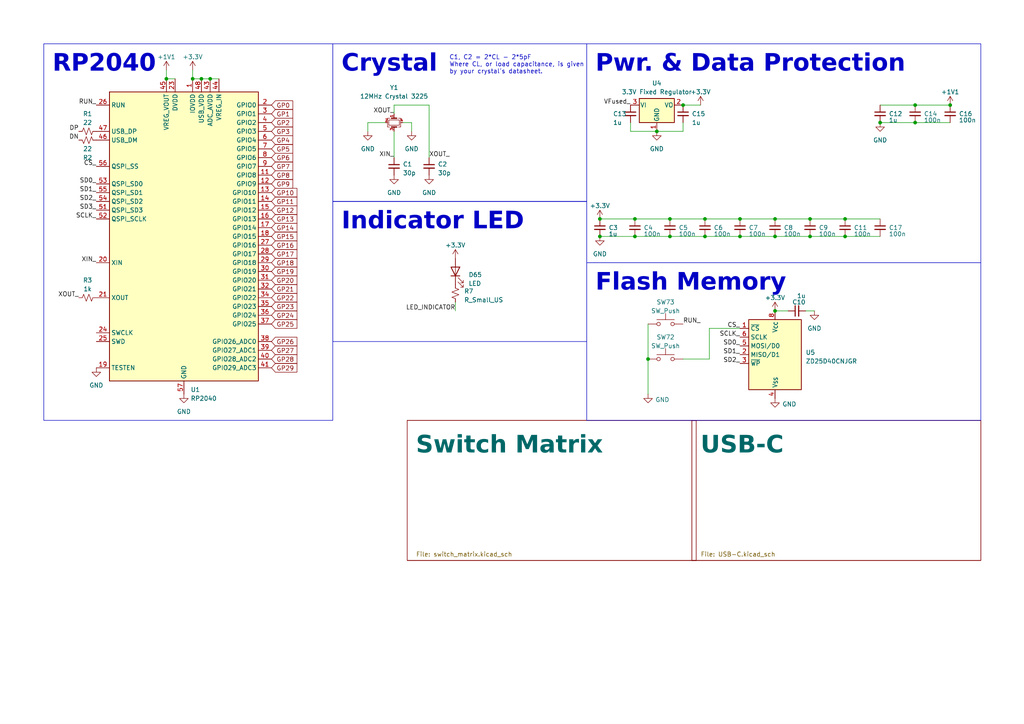
<source format=kicad_sch>
(kicad_sch
	(version 20231120)
	(generator "eeschema")
	(generator_version "8.0")
	(uuid "dea5f69c-d02e-47df-8e1a-a63949fabb21")
	(paper "A4")
	(lib_symbols
		(symbol "Device:C_Small"
			(pin_numbers hide)
			(pin_names
				(offset 0.254) hide)
			(exclude_from_sim no)
			(in_bom yes)
			(on_board yes)
			(property "Reference" "C"
				(at 0.254 1.778 0)
				(effects
					(font
						(size 1.27 1.27)
					)
					(justify left)
				)
			)
			(property "Value" "C_Small"
				(at 0.254 -2.032 0)
				(effects
					(font
						(size 1.27 1.27)
					)
					(justify left)
				)
			)
			(property "Footprint" ""
				(at 0 0 0)
				(effects
					(font
						(size 1.27 1.27)
					)
					(hide yes)
				)
			)
			(property "Datasheet" "~"
				(at 0 0 0)
				(effects
					(font
						(size 1.27 1.27)
					)
					(hide yes)
				)
			)
			(property "Description" "Unpolarized capacitor, small symbol"
				(at 0 0 0)
				(effects
					(font
						(size 1.27 1.27)
					)
					(hide yes)
				)
			)
			(property "ki_keywords" "capacitor cap"
				(at 0 0 0)
				(effects
					(font
						(size 1.27 1.27)
					)
					(hide yes)
				)
			)
			(property "ki_fp_filters" "C_*"
				(at 0 0 0)
				(effects
					(font
						(size 1.27 1.27)
					)
					(hide yes)
				)
			)
			(symbol "C_Small_0_1"
				(polyline
					(pts
						(xy -1.524 -0.508) (xy 1.524 -0.508)
					)
					(stroke
						(width 0.3302)
						(type default)
					)
					(fill
						(type none)
					)
				)
				(polyline
					(pts
						(xy -1.524 0.508) (xy 1.524 0.508)
					)
					(stroke
						(width 0.3048)
						(type default)
					)
					(fill
						(type none)
					)
				)
			)
			(symbol "C_Small_1_1"
				(pin passive line
					(at 0 2.54 270)
					(length 2.032)
					(name "~"
						(effects
							(font
								(size 1.27 1.27)
							)
						)
					)
					(number "1"
						(effects
							(font
								(size 1.27 1.27)
							)
						)
					)
				)
				(pin passive line
					(at 0 -2.54 90)
					(length 2.032)
					(name "~"
						(effects
							(font
								(size 1.27 1.27)
							)
						)
					)
					(number "2"
						(effects
							(font
								(size 1.27 1.27)
							)
						)
					)
				)
			)
		)
		(symbol "Device:Crystal_GND24_Small"
			(pin_names
				(offset 1.016) hide)
			(exclude_from_sim no)
			(in_bom yes)
			(on_board yes)
			(property "Reference" "Y"
				(at 1.27 4.445 0)
				(effects
					(font
						(size 1.27 1.27)
					)
					(justify left)
				)
			)
			(property "Value" "Crystal_GND24_Small"
				(at 1.27 2.54 0)
				(effects
					(font
						(size 1.27 1.27)
					)
					(justify left)
				)
			)
			(property "Footprint" ""
				(at 0 0 0)
				(effects
					(font
						(size 1.27 1.27)
					)
					(hide yes)
				)
			)
			(property "Datasheet" "~"
				(at 0 0 0)
				(effects
					(font
						(size 1.27 1.27)
					)
					(hide yes)
				)
			)
			(property "Description" "Four pin crystal, GND on pins 2 and 4, small symbol"
				(at 0 0 0)
				(effects
					(font
						(size 1.27 1.27)
					)
					(hide yes)
				)
			)
			(property "ki_keywords" "quartz ceramic resonator oscillator"
				(at 0 0 0)
				(effects
					(font
						(size 1.27 1.27)
					)
					(hide yes)
				)
			)
			(property "ki_fp_filters" "Crystal*"
				(at 0 0 0)
				(effects
					(font
						(size 1.27 1.27)
					)
					(hide yes)
				)
			)
			(symbol "Crystal_GND24_Small_0_1"
				(rectangle
					(start -0.762 -1.524)
					(end 0.762 1.524)
					(stroke
						(width 0)
						(type default)
					)
					(fill
						(type none)
					)
				)
				(polyline
					(pts
						(xy -1.27 -0.762) (xy -1.27 0.762)
					)
					(stroke
						(width 0.381)
						(type default)
					)
					(fill
						(type none)
					)
				)
				(polyline
					(pts
						(xy 1.27 -0.762) (xy 1.27 0.762)
					)
					(stroke
						(width 0.381)
						(type default)
					)
					(fill
						(type none)
					)
				)
				(polyline
					(pts
						(xy -1.27 -1.27) (xy -1.27 -1.905) (xy 1.27 -1.905) (xy 1.27 -1.27)
					)
					(stroke
						(width 0)
						(type default)
					)
					(fill
						(type none)
					)
				)
				(polyline
					(pts
						(xy -1.27 1.27) (xy -1.27 1.905) (xy 1.27 1.905) (xy 1.27 1.27)
					)
					(stroke
						(width 0)
						(type default)
					)
					(fill
						(type none)
					)
				)
			)
			(symbol "Crystal_GND24_Small_1_1"
				(pin passive line
					(at -2.54 0 0)
					(length 1.27)
					(name "1"
						(effects
							(font
								(size 1.27 1.27)
							)
						)
					)
					(number "1"
						(effects
							(font
								(size 0.762 0.762)
							)
						)
					)
				)
				(pin passive line
					(at 0 -2.54 90)
					(length 0.635)
					(name "2"
						(effects
							(font
								(size 1.27 1.27)
							)
						)
					)
					(number "2"
						(effects
							(font
								(size 0.762 0.762)
							)
						)
					)
				)
				(pin passive line
					(at 2.54 0 180)
					(length 1.27)
					(name "3"
						(effects
							(font
								(size 1.27 1.27)
							)
						)
					)
					(number "3"
						(effects
							(font
								(size 0.762 0.762)
							)
						)
					)
				)
				(pin passive line
					(at 0 2.54 270)
					(length 0.635)
					(name "4"
						(effects
							(font
								(size 1.27 1.27)
							)
						)
					)
					(number "4"
						(effects
							(font
								(size 0.762 0.762)
							)
						)
					)
				)
			)
		)
		(symbol "Device:LED"
			(pin_numbers hide)
			(pin_names
				(offset 1.016) hide)
			(exclude_from_sim no)
			(in_bom yes)
			(on_board yes)
			(property "Reference" "D"
				(at 0 2.54 0)
				(effects
					(font
						(size 1.27 1.27)
					)
				)
			)
			(property "Value" "LED"
				(at 0 -2.54 0)
				(effects
					(font
						(size 1.27 1.27)
					)
				)
			)
			(property "Footprint" ""
				(at 0 0 0)
				(effects
					(font
						(size 1.27 1.27)
					)
					(hide yes)
				)
			)
			(property "Datasheet" "~"
				(at 0 0 0)
				(effects
					(font
						(size 1.27 1.27)
					)
					(hide yes)
				)
			)
			(property "Description" "Light emitting diode"
				(at 0 0 0)
				(effects
					(font
						(size 1.27 1.27)
					)
					(hide yes)
				)
			)
			(property "ki_keywords" "LED diode"
				(at 0 0 0)
				(effects
					(font
						(size 1.27 1.27)
					)
					(hide yes)
				)
			)
			(property "ki_fp_filters" "LED* LED_SMD:* LED_THT:*"
				(at 0 0 0)
				(effects
					(font
						(size 1.27 1.27)
					)
					(hide yes)
				)
			)
			(symbol "LED_0_1"
				(polyline
					(pts
						(xy -1.27 -1.27) (xy -1.27 1.27)
					)
					(stroke
						(width 0.254)
						(type default)
					)
					(fill
						(type none)
					)
				)
				(polyline
					(pts
						(xy -1.27 0) (xy 1.27 0)
					)
					(stroke
						(width 0)
						(type default)
					)
					(fill
						(type none)
					)
				)
				(polyline
					(pts
						(xy 1.27 -1.27) (xy 1.27 1.27) (xy -1.27 0) (xy 1.27 -1.27)
					)
					(stroke
						(width 0.254)
						(type default)
					)
					(fill
						(type none)
					)
				)
				(polyline
					(pts
						(xy -3.048 -0.762) (xy -4.572 -2.286) (xy -3.81 -2.286) (xy -4.572 -2.286) (xy -4.572 -1.524)
					)
					(stroke
						(width 0)
						(type default)
					)
					(fill
						(type none)
					)
				)
				(polyline
					(pts
						(xy -1.778 -0.762) (xy -3.302 -2.286) (xy -2.54 -2.286) (xy -3.302 -2.286) (xy -3.302 -1.524)
					)
					(stroke
						(width 0)
						(type default)
					)
					(fill
						(type none)
					)
				)
			)
			(symbol "LED_1_1"
				(pin passive line
					(at -3.81 0 0)
					(length 2.54)
					(name "K"
						(effects
							(font
								(size 1.27 1.27)
							)
						)
					)
					(number "1"
						(effects
							(font
								(size 1.27 1.27)
							)
						)
					)
				)
				(pin passive line
					(at 3.81 0 180)
					(length 2.54)
					(name "A"
						(effects
							(font
								(size 1.27 1.27)
							)
						)
					)
					(number "2"
						(effects
							(font
								(size 1.27 1.27)
							)
						)
					)
				)
			)
		)
		(symbol "Device:R_Small_US"
			(pin_numbers hide)
			(pin_names
				(offset 0.254) hide)
			(exclude_from_sim no)
			(in_bom yes)
			(on_board yes)
			(property "Reference" "R"
				(at 0.762 0.508 0)
				(effects
					(font
						(size 1.27 1.27)
					)
					(justify left)
				)
			)
			(property "Value" "R_Small_US"
				(at 0.762 -1.016 0)
				(effects
					(font
						(size 1.27 1.27)
					)
					(justify left)
				)
			)
			(property "Footprint" ""
				(at 0 0 0)
				(effects
					(font
						(size 1.27 1.27)
					)
					(hide yes)
				)
			)
			(property "Datasheet" "~"
				(at 0 0 0)
				(effects
					(font
						(size 1.27 1.27)
					)
					(hide yes)
				)
			)
			(property "Description" "Resistor, small US symbol"
				(at 0 0 0)
				(effects
					(font
						(size 1.27 1.27)
					)
					(hide yes)
				)
			)
			(property "ki_keywords" "r resistor"
				(at 0 0 0)
				(effects
					(font
						(size 1.27 1.27)
					)
					(hide yes)
				)
			)
			(property "ki_fp_filters" "R_*"
				(at 0 0 0)
				(effects
					(font
						(size 1.27 1.27)
					)
					(hide yes)
				)
			)
			(symbol "R_Small_US_1_1"
				(polyline
					(pts
						(xy 0 0) (xy 1.016 -0.381) (xy 0 -0.762) (xy -1.016 -1.143) (xy 0 -1.524)
					)
					(stroke
						(width 0)
						(type default)
					)
					(fill
						(type none)
					)
				)
				(polyline
					(pts
						(xy 0 1.524) (xy 1.016 1.143) (xy 0 0.762) (xy -1.016 0.381) (xy 0 0)
					)
					(stroke
						(width 0)
						(type default)
					)
					(fill
						(type none)
					)
				)
				(pin passive line
					(at 0 2.54 270)
					(length 1.016)
					(name "~"
						(effects
							(font
								(size 1.27 1.27)
							)
						)
					)
					(number "1"
						(effects
							(font
								(size 1.27 1.27)
							)
						)
					)
				)
				(pin passive line
					(at 0 -2.54 90)
					(length 1.016)
					(name "~"
						(effects
							(font
								(size 1.27 1.27)
							)
						)
					)
					(number "2"
						(effects
							(font
								(size 1.27 1.27)
							)
						)
					)
				)
			)
		)
		(symbol "Flash_NOR_SPI:ZD25D40CNJGR"
			(exclude_from_sim no)
			(in_bom yes)
			(on_board yes)
			(property "Reference" "U"
				(at -10.16 -10.16 0)
				(effects
					(font
						(size 1.27 1.27)
					)
				)
			)
			(property "Value" "ZD25D40CNJGR"
				(at -10.16 -12.7 0)
				(effects
					(font
						(size 1.27 1.27)
					)
				)
			)
			(property "Footprint" "USON8:USON-8_1.5x1.5mm_P0.45mm"
				(at 0 0 0)
				(effects
					(font
						(size 1.27 1.27)
					)
					(hide yes)
				)
			)
			(property "Datasheet" ""
				(at 0 0 0)
				(effects
					(font
						(size 1.27 1.27)
					)
					(hide yes)
				)
			)
			(property "Description" ""
				(at 0 0 0)
				(effects
					(font
						(size 1.27 1.27)
					)
					(hide yes)
				)
			)
			(property "LCSC" "C3646778"
				(at -17.78 7.62 0)
				(effects
					(font
						(size 1.27 1.27)
					)
					(hide yes)
				)
			)
			(symbol "ZD25D40CNJGR_0_1"
				(rectangle
					(start -7.62 10.16)
					(end 7.62 -10.16)
					(stroke
						(width 0.254)
						(type default)
					)
					(fill
						(type background)
					)
				)
			)
			(symbol "ZD25D40CNJGR_1_1"
				(pin input line
					(at -10.16 7.62 0)
					(length 2.54)
					(name "~{CS}"
						(effects
							(font
								(size 1.27 1.27)
							)
						)
					)
					(number "1"
						(effects
							(font
								(size 1.27 1.27)
							)
						)
					)
				)
				(pin bidirectional line
					(at -10.16 0 0)
					(length 2.54)
					(name "MISO/D1"
						(effects
							(font
								(size 1.27 1.27)
							)
						)
					)
					(number "2"
						(effects
							(font
								(size 1.27 1.27)
							)
						)
					)
				)
				(pin input line
					(at -10.16 -2.54 0)
					(length 2.54)
					(name "~{WP}"
						(effects
							(font
								(size 1.27 1.27)
							)
						)
					)
					(number "3"
						(effects
							(font
								(size 1.27 1.27)
							)
						)
					)
				)
				(pin power_in line
					(at 0 -12.7 90)
					(length 2.54)
					(name "V_{SS}"
						(effects
							(font
								(size 1.27 1.27)
							)
						)
					)
					(number "4"
						(effects
							(font
								(size 1.27 1.27)
							)
						)
					)
				)
				(pin bidirectional line
					(at -10.16 2.54 0)
					(length 2.54)
					(name "MOSI/D0"
						(effects
							(font
								(size 1.27 1.27)
							)
						)
					)
					(number "5"
						(effects
							(font
								(size 1.27 1.27)
							)
						)
					)
				)
				(pin input line
					(at -10.16 5.08 0)
					(length 2.54)
					(name "SCLK"
						(effects
							(font
								(size 1.27 1.27)
							)
						)
					)
					(number "6"
						(effects
							(font
								(size 1.27 1.27)
							)
						)
					)
				)
				(pin no_connect line
					(at -5.08 -5.08 0)
					(length 2.54) hide
					(name "NC"
						(effects
							(font
								(size 1.27 1.27)
							)
						)
					)
					(number "7"
						(effects
							(font
								(size 1.27 1.27)
							)
						)
					)
				)
				(pin power_in line
					(at 0 12.7 270)
					(length 2.54)
					(name "V_{CC}"
						(effects
							(font
								(size 1.27 1.27)
							)
						)
					)
					(number "8"
						(effects
							(font
								(size 1.27 1.27)
							)
						)
					)
				)
				(pin power_in line
					(at 0 -12.7 90)
					(length 2.54) hide
					(name "PAD/V_{SS}"
						(effects
							(font
								(size 1.27 1.27)
							)
						)
					)
					(number "9"
						(effects
							(font
								(size 1.27 1.27)
							)
						)
					)
				)
			)
		)
		(symbol "MCU_RaspberryPi:RP2040"
			(exclude_from_sim no)
			(in_bom yes)
			(on_board yes)
			(property "Reference" "U"
				(at 17.78 45.72 0)
				(effects
					(font
						(size 1.27 1.27)
					)
				)
			)
			(property "Value" "RP2040"
				(at 17.78 43.18 0)
				(effects
					(font
						(size 1.27 1.27)
					)
				)
			)
			(property "Footprint" "Package_DFN_QFN:QFN-56-1EP_7x7mm_P0.4mm_EP3.2x3.2mm"
				(at 0 0 0)
				(effects
					(font
						(size 1.27 1.27)
					)
					(hide yes)
				)
			)
			(property "Datasheet" "https://datasheets.raspberrypi.com/rp2040/rp2040-datasheet.pdf"
				(at 0 0 0)
				(effects
					(font
						(size 1.27 1.27)
					)
					(hide yes)
				)
			)
			(property "Description" "A microcontroller by Raspberry Pi"
				(at 0 0 0)
				(effects
					(font
						(size 1.27 1.27)
					)
					(hide yes)
				)
			)
			(property "ki_keywords" "RP2040 ARM Cortex-M0+ USB"
				(at 0 0 0)
				(effects
					(font
						(size 1.27 1.27)
					)
					(hide yes)
				)
			)
			(property "ki_fp_filters" "QFN*7x7mm?P0.4mm?EP3.2x3.2mm*"
				(at 0 0 0)
				(effects
					(font
						(size 1.27 1.27)
					)
					(hide yes)
				)
			)
			(symbol "RP2040_0_1"
				(rectangle
					(start -21.59 41.91)
					(end 21.59 -41.91)
					(stroke
						(width 0.254)
						(type default)
					)
					(fill
						(type background)
					)
				)
			)
			(symbol "RP2040_1_1"
				(pin power_in line
					(at 2.54 45.72 270)
					(length 3.81)
					(name "IOVDD"
						(effects
							(font
								(size 1.27 1.27)
							)
						)
					)
					(number "1"
						(effects
							(font
								(size 1.27 1.27)
							)
						)
					)
				)
				(pin passive line
					(at 2.54 45.72 270)
					(length 3.81) hide
					(name "IOVDD"
						(effects
							(font
								(size 1.27 1.27)
							)
						)
					)
					(number "10"
						(effects
							(font
								(size 1.27 1.27)
							)
						)
					)
				)
				(pin bidirectional line
					(at 25.4 17.78 180)
					(length 3.81)
					(name "GPIO8"
						(effects
							(font
								(size 1.27 1.27)
							)
						)
					)
					(number "11"
						(effects
							(font
								(size 1.27 1.27)
							)
						)
					)
				)
				(pin bidirectional line
					(at 25.4 15.24 180)
					(length 3.81)
					(name "GPIO9"
						(effects
							(font
								(size 1.27 1.27)
							)
						)
					)
					(number "12"
						(effects
							(font
								(size 1.27 1.27)
							)
						)
					)
				)
				(pin bidirectional line
					(at 25.4 12.7 180)
					(length 3.81)
					(name "GPIO10"
						(effects
							(font
								(size 1.27 1.27)
							)
						)
					)
					(number "13"
						(effects
							(font
								(size 1.27 1.27)
							)
						)
					)
				)
				(pin bidirectional line
					(at 25.4 10.16 180)
					(length 3.81)
					(name "GPIO11"
						(effects
							(font
								(size 1.27 1.27)
							)
						)
					)
					(number "14"
						(effects
							(font
								(size 1.27 1.27)
							)
						)
					)
				)
				(pin bidirectional line
					(at 25.4 7.62 180)
					(length 3.81)
					(name "GPIO12"
						(effects
							(font
								(size 1.27 1.27)
							)
						)
					)
					(number "15"
						(effects
							(font
								(size 1.27 1.27)
							)
						)
					)
				)
				(pin bidirectional line
					(at 25.4 5.08 180)
					(length 3.81)
					(name "GPIO13"
						(effects
							(font
								(size 1.27 1.27)
							)
						)
					)
					(number "16"
						(effects
							(font
								(size 1.27 1.27)
							)
						)
					)
				)
				(pin bidirectional line
					(at 25.4 2.54 180)
					(length 3.81)
					(name "GPIO14"
						(effects
							(font
								(size 1.27 1.27)
							)
						)
					)
					(number "17"
						(effects
							(font
								(size 1.27 1.27)
							)
						)
					)
				)
				(pin bidirectional line
					(at 25.4 0 180)
					(length 3.81)
					(name "GPIO15"
						(effects
							(font
								(size 1.27 1.27)
							)
						)
					)
					(number "18"
						(effects
							(font
								(size 1.27 1.27)
							)
						)
					)
				)
				(pin input line
					(at -25.4 -38.1 0)
					(length 3.81)
					(name "TESTEN"
						(effects
							(font
								(size 1.27 1.27)
							)
						)
					)
					(number "19"
						(effects
							(font
								(size 1.27 1.27)
							)
						)
					)
				)
				(pin bidirectional line
					(at 25.4 38.1 180)
					(length 3.81)
					(name "GPIO0"
						(effects
							(font
								(size 1.27 1.27)
							)
						)
					)
					(number "2"
						(effects
							(font
								(size 1.27 1.27)
							)
						)
					)
				)
				(pin input line
					(at -25.4 -7.62 0)
					(length 3.81)
					(name "XIN"
						(effects
							(font
								(size 1.27 1.27)
							)
						)
					)
					(number "20"
						(effects
							(font
								(size 1.27 1.27)
							)
						)
					)
				)
				(pin passive line
					(at -25.4 -17.78 0)
					(length 3.81)
					(name "XOUT"
						(effects
							(font
								(size 1.27 1.27)
							)
						)
					)
					(number "21"
						(effects
							(font
								(size 1.27 1.27)
							)
						)
					)
				)
				(pin passive line
					(at 2.54 45.72 270)
					(length 3.81) hide
					(name "IOVDD"
						(effects
							(font
								(size 1.27 1.27)
							)
						)
					)
					(number "22"
						(effects
							(font
								(size 1.27 1.27)
							)
						)
					)
				)
				(pin power_in line
					(at -2.54 45.72 270)
					(length 3.81)
					(name "DVDD"
						(effects
							(font
								(size 1.27 1.27)
							)
						)
					)
					(number "23"
						(effects
							(font
								(size 1.27 1.27)
							)
						)
					)
				)
				(pin output line
					(at -25.4 -27.94 0)
					(length 3.81)
					(name "SWCLK"
						(effects
							(font
								(size 1.27 1.27)
							)
						)
					)
					(number "24"
						(effects
							(font
								(size 1.27 1.27)
							)
						)
					)
				)
				(pin bidirectional line
					(at -25.4 -30.48 0)
					(length 3.81)
					(name "SWD"
						(effects
							(font
								(size 1.27 1.27)
							)
						)
					)
					(number "25"
						(effects
							(font
								(size 1.27 1.27)
							)
						)
					)
				)
				(pin input line
					(at -25.4 38.1 0)
					(length 3.81)
					(name "RUN"
						(effects
							(font
								(size 1.27 1.27)
							)
						)
					)
					(number "26"
						(effects
							(font
								(size 1.27 1.27)
							)
						)
					)
				)
				(pin bidirectional line
					(at 25.4 -2.54 180)
					(length 3.81)
					(name "GPIO16"
						(effects
							(font
								(size 1.27 1.27)
							)
						)
					)
					(number "27"
						(effects
							(font
								(size 1.27 1.27)
							)
						)
					)
				)
				(pin bidirectional line
					(at 25.4 -5.08 180)
					(length 3.81)
					(name "GPIO17"
						(effects
							(font
								(size 1.27 1.27)
							)
						)
					)
					(number "28"
						(effects
							(font
								(size 1.27 1.27)
							)
						)
					)
				)
				(pin bidirectional line
					(at 25.4 -7.62 180)
					(length 3.81)
					(name "GPIO18"
						(effects
							(font
								(size 1.27 1.27)
							)
						)
					)
					(number "29"
						(effects
							(font
								(size 1.27 1.27)
							)
						)
					)
				)
				(pin bidirectional line
					(at 25.4 35.56 180)
					(length 3.81)
					(name "GPIO1"
						(effects
							(font
								(size 1.27 1.27)
							)
						)
					)
					(number "3"
						(effects
							(font
								(size 1.27 1.27)
							)
						)
					)
				)
				(pin bidirectional line
					(at 25.4 -10.16 180)
					(length 3.81)
					(name "GPIO19"
						(effects
							(font
								(size 1.27 1.27)
							)
						)
					)
					(number "30"
						(effects
							(font
								(size 1.27 1.27)
							)
						)
					)
				)
				(pin bidirectional line
					(at 25.4 -12.7 180)
					(length 3.81)
					(name "GPIO20"
						(effects
							(font
								(size 1.27 1.27)
							)
						)
					)
					(number "31"
						(effects
							(font
								(size 1.27 1.27)
							)
						)
					)
				)
				(pin bidirectional line
					(at 25.4 -15.24 180)
					(length 3.81)
					(name "GPIO21"
						(effects
							(font
								(size 1.27 1.27)
							)
						)
					)
					(number "32"
						(effects
							(font
								(size 1.27 1.27)
							)
						)
					)
				)
				(pin passive line
					(at 2.54 45.72 270)
					(length 3.81) hide
					(name "IOVDD"
						(effects
							(font
								(size 1.27 1.27)
							)
						)
					)
					(number "33"
						(effects
							(font
								(size 1.27 1.27)
							)
						)
					)
				)
				(pin bidirectional line
					(at 25.4 -17.78 180)
					(length 3.81)
					(name "GPIO22"
						(effects
							(font
								(size 1.27 1.27)
							)
						)
					)
					(number "34"
						(effects
							(font
								(size 1.27 1.27)
							)
						)
					)
				)
				(pin bidirectional line
					(at 25.4 -20.32 180)
					(length 3.81)
					(name "GPIO23"
						(effects
							(font
								(size 1.27 1.27)
							)
						)
					)
					(number "35"
						(effects
							(font
								(size 1.27 1.27)
							)
						)
					)
				)
				(pin bidirectional line
					(at 25.4 -22.86 180)
					(length 3.81)
					(name "GPIO24"
						(effects
							(font
								(size 1.27 1.27)
							)
						)
					)
					(number "36"
						(effects
							(font
								(size 1.27 1.27)
							)
						)
					)
				)
				(pin bidirectional line
					(at 25.4 -25.4 180)
					(length 3.81)
					(name "GPIO25"
						(effects
							(font
								(size 1.27 1.27)
							)
						)
					)
					(number "37"
						(effects
							(font
								(size 1.27 1.27)
							)
						)
					)
				)
				(pin bidirectional line
					(at 25.4 -30.48 180)
					(length 3.81)
					(name "GPIO26_ADC0"
						(effects
							(font
								(size 1.27 1.27)
							)
						)
					)
					(number "38"
						(effects
							(font
								(size 1.27 1.27)
							)
						)
					)
				)
				(pin bidirectional line
					(at 25.4 -33.02 180)
					(length 3.81)
					(name "GPIO27_ADC1"
						(effects
							(font
								(size 1.27 1.27)
							)
						)
					)
					(number "39"
						(effects
							(font
								(size 1.27 1.27)
							)
						)
					)
				)
				(pin bidirectional line
					(at 25.4 33.02 180)
					(length 3.81)
					(name "GPIO2"
						(effects
							(font
								(size 1.27 1.27)
							)
						)
					)
					(number "4"
						(effects
							(font
								(size 1.27 1.27)
							)
						)
					)
				)
				(pin bidirectional line
					(at 25.4 -35.56 180)
					(length 3.81)
					(name "GPIO28_ADC2"
						(effects
							(font
								(size 1.27 1.27)
							)
						)
					)
					(number "40"
						(effects
							(font
								(size 1.27 1.27)
							)
						)
					)
				)
				(pin bidirectional line
					(at 25.4 -38.1 180)
					(length 3.81)
					(name "GPIO29_ADC3"
						(effects
							(font
								(size 1.27 1.27)
							)
						)
					)
					(number "41"
						(effects
							(font
								(size 1.27 1.27)
							)
						)
					)
				)
				(pin passive line
					(at 2.54 45.72 270)
					(length 3.81) hide
					(name "IOVDD"
						(effects
							(font
								(size 1.27 1.27)
							)
						)
					)
					(number "42"
						(effects
							(font
								(size 1.27 1.27)
							)
						)
					)
				)
				(pin power_in line
					(at 7.62 45.72 270)
					(length 3.81)
					(name "ADC_AVDD"
						(effects
							(font
								(size 1.27 1.27)
							)
						)
					)
					(number "43"
						(effects
							(font
								(size 1.27 1.27)
							)
						)
					)
				)
				(pin power_in line
					(at 10.16 45.72 270)
					(length 3.81)
					(name "VREG_IN"
						(effects
							(font
								(size 1.27 1.27)
							)
						)
					)
					(number "44"
						(effects
							(font
								(size 1.27 1.27)
							)
						)
					)
				)
				(pin power_out line
					(at -5.08 45.72 270)
					(length 3.81)
					(name "VREG_VOUT"
						(effects
							(font
								(size 1.27 1.27)
							)
						)
					)
					(number "45"
						(effects
							(font
								(size 1.27 1.27)
							)
						)
					)
				)
				(pin bidirectional line
					(at -25.4 27.94 0)
					(length 3.81)
					(name "USB_DM"
						(effects
							(font
								(size 1.27 1.27)
							)
						)
					)
					(number "46"
						(effects
							(font
								(size 1.27 1.27)
							)
						)
					)
				)
				(pin bidirectional line
					(at -25.4 30.48 0)
					(length 3.81)
					(name "USB_DP"
						(effects
							(font
								(size 1.27 1.27)
							)
						)
					)
					(number "47"
						(effects
							(font
								(size 1.27 1.27)
							)
						)
					)
				)
				(pin power_in line
					(at 5.08 45.72 270)
					(length 3.81)
					(name "USB_VDD"
						(effects
							(font
								(size 1.27 1.27)
							)
						)
					)
					(number "48"
						(effects
							(font
								(size 1.27 1.27)
							)
						)
					)
				)
				(pin passive line
					(at 2.54 45.72 270)
					(length 3.81) hide
					(name "IOVDD"
						(effects
							(font
								(size 1.27 1.27)
							)
						)
					)
					(number "49"
						(effects
							(font
								(size 1.27 1.27)
							)
						)
					)
				)
				(pin bidirectional line
					(at 25.4 30.48 180)
					(length 3.81)
					(name "GPIO3"
						(effects
							(font
								(size 1.27 1.27)
							)
						)
					)
					(number "5"
						(effects
							(font
								(size 1.27 1.27)
							)
						)
					)
				)
				(pin passive line
					(at -2.54 45.72 270)
					(length 3.81) hide
					(name "DVDD"
						(effects
							(font
								(size 1.27 1.27)
							)
						)
					)
					(number "50"
						(effects
							(font
								(size 1.27 1.27)
							)
						)
					)
				)
				(pin bidirectional line
					(at -25.4 7.62 0)
					(length 3.81)
					(name "QSPI_SD3"
						(effects
							(font
								(size 1.27 1.27)
							)
						)
					)
					(number "51"
						(effects
							(font
								(size 1.27 1.27)
							)
						)
					)
				)
				(pin output line
					(at -25.4 5.08 0)
					(length 3.81)
					(name "QSPI_SCLK"
						(effects
							(font
								(size 1.27 1.27)
							)
						)
					)
					(number "52"
						(effects
							(font
								(size 1.27 1.27)
							)
						)
					)
				)
				(pin bidirectional line
					(at -25.4 15.24 0)
					(length 3.81)
					(name "QSPI_SD0"
						(effects
							(font
								(size 1.27 1.27)
							)
						)
					)
					(number "53"
						(effects
							(font
								(size 1.27 1.27)
							)
						)
					)
				)
				(pin bidirectional line
					(at -25.4 10.16 0)
					(length 3.81)
					(name "QSPI_SD2"
						(effects
							(font
								(size 1.27 1.27)
							)
						)
					)
					(number "54"
						(effects
							(font
								(size 1.27 1.27)
							)
						)
					)
				)
				(pin bidirectional line
					(at -25.4 12.7 0)
					(length 3.81)
					(name "QSPI_SD1"
						(effects
							(font
								(size 1.27 1.27)
							)
						)
					)
					(number "55"
						(effects
							(font
								(size 1.27 1.27)
							)
						)
					)
				)
				(pin bidirectional line
					(at -25.4 20.32 0)
					(length 3.81)
					(name "QSPI_SS"
						(effects
							(font
								(size 1.27 1.27)
							)
						)
					)
					(number "56"
						(effects
							(font
								(size 1.27 1.27)
							)
						)
					)
				)
				(pin power_in line
					(at 0 -45.72 90)
					(length 3.81)
					(name "GND"
						(effects
							(font
								(size 1.27 1.27)
							)
						)
					)
					(number "57"
						(effects
							(font
								(size 1.27 1.27)
							)
						)
					)
				)
				(pin bidirectional line
					(at 25.4 27.94 180)
					(length 3.81)
					(name "GPIO4"
						(effects
							(font
								(size 1.27 1.27)
							)
						)
					)
					(number "6"
						(effects
							(font
								(size 1.27 1.27)
							)
						)
					)
				)
				(pin bidirectional line
					(at 25.4 25.4 180)
					(length 3.81)
					(name "GPIO5"
						(effects
							(font
								(size 1.27 1.27)
							)
						)
					)
					(number "7"
						(effects
							(font
								(size 1.27 1.27)
							)
						)
					)
				)
				(pin bidirectional line
					(at 25.4 22.86 180)
					(length 3.81)
					(name "GPIO6"
						(effects
							(font
								(size 1.27 1.27)
							)
						)
					)
					(number "8"
						(effects
							(font
								(size 1.27 1.27)
							)
						)
					)
				)
				(pin bidirectional line
					(at 25.4 20.32 180)
					(length 3.81)
					(name "GPIO7"
						(effects
							(font
								(size 1.27 1.27)
							)
						)
					)
					(number "9"
						(effects
							(font
								(size 1.27 1.27)
							)
						)
					)
				)
			)
		)
		(symbol "Regulator_Linear:AP2127N3-1.2"
			(pin_names
				(offset 0.254)
			)
			(exclude_from_sim no)
			(in_bom yes)
			(on_board yes)
			(property "Reference" "U"
				(at -3.81 3.175 0)
				(effects
					(font
						(size 1.27 1.27)
					)
				)
			)
			(property "Value" "AP2127N3-1.2"
				(at 0 3.175 0)
				(effects
					(font
						(size 1.27 1.27)
					)
					(justify left)
				)
			)
			(property "Footprint" "Package_TO_SOT_SMD:TSOT-23"
				(at 0 5.715 0)
				(effects
					(font
						(size 1.27 1.27)
						(italic yes)
					)
					(hide yes)
				)
			)
			(property "Datasheet" "https://www.diodes.com/assets/Datasheets/AP2127.pdf"
				(at 0 0 0)
				(effects
					(font
						(size 1.27 1.27)
					)
					(hide yes)
				)
			)
			(property "Description" "300mA low dropout linear regulator, shutdown pin, 2.5V-6V input voltage, 1.2V fixed positive output, SOT-23-3 package"
				(at 0 0 0)
				(effects
					(font
						(size 1.27 1.27)
					)
					(hide yes)
				)
			)
			(property "ki_keywords" "linear regulator ldo fixed positive"
				(at 0 0 0)
				(effects
					(font
						(size 1.27 1.27)
					)
					(hide yes)
				)
			)
			(property "ki_fp_filters" "TSOT?23*"
				(at 0 0 0)
				(effects
					(font
						(size 1.27 1.27)
					)
					(hide yes)
				)
			)
			(symbol "AP2127N3-1.2_0_1"
				(rectangle
					(start -5.08 1.905)
					(end 5.08 -5.08)
					(stroke
						(width 0.254)
						(type default)
					)
					(fill
						(type background)
					)
				)
			)
			(symbol "AP2127N3-1.2_1_1"
				(pin power_in line
					(at 0 -7.62 90)
					(length 2.54)
					(name "GND"
						(effects
							(font
								(size 1.27 1.27)
							)
						)
					)
					(number "1"
						(effects
							(font
								(size 1.27 1.27)
							)
						)
					)
				)
				(pin power_out line
					(at 7.62 0 180)
					(length 2.54)
					(name "VO"
						(effects
							(font
								(size 1.27 1.27)
							)
						)
					)
					(number "2"
						(effects
							(font
								(size 1.27 1.27)
							)
						)
					)
				)
				(pin power_in line
					(at -7.62 0 0)
					(length 2.54)
					(name "VI"
						(effects
							(font
								(size 1.27 1.27)
							)
						)
					)
					(number "3"
						(effects
							(font
								(size 1.27 1.27)
							)
						)
					)
				)
			)
		)
		(symbol "Switch:SW_Push"
			(pin_numbers hide)
			(pin_names
				(offset 1.016) hide)
			(exclude_from_sim no)
			(in_bom yes)
			(on_board yes)
			(property "Reference" "SW"
				(at 1.27 2.54 0)
				(effects
					(font
						(size 1.27 1.27)
					)
					(justify left)
				)
			)
			(property "Value" "SW_Push"
				(at 0 -1.524 0)
				(effects
					(font
						(size 1.27 1.27)
					)
				)
			)
			(property "Footprint" ""
				(at 0 5.08 0)
				(effects
					(font
						(size 1.27 1.27)
					)
					(hide yes)
				)
			)
			(property "Datasheet" "~"
				(at 0 5.08 0)
				(effects
					(font
						(size 1.27 1.27)
					)
					(hide yes)
				)
			)
			(property "Description" "Push button switch, generic, two pins"
				(at 0 0 0)
				(effects
					(font
						(size 1.27 1.27)
					)
					(hide yes)
				)
			)
			(property "ki_keywords" "switch normally-open pushbutton push-button"
				(at 0 0 0)
				(effects
					(font
						(size 1.27 1.27)
					)
					(hide yes)
				)
			)
			(symbol "SW_Push_0_1"
				(circle
					(center -2.032 0)
					(radius 0.508)
					(stroke
						(width 0)
						(type default)
					)
					(fill
						(type none)
					)
				)
				(polyline
					(pts
						(xy 0 1.27) (xy 0 3.048)
					)
					(stroke
						(width 0)
						(type default)
					)
					(fill
						(type none)
					)
				)
				(polyline
					(pts
						(xy 2.54 1.27) (xy -2.54 1.27)
					)
					(stroke
						(width 0)
						(type default)
					)
					(fill
						(type none)
					)
				)
				(circle
					(center 2.032 0)
					(radius 0.508)
					(stroke
						(width 0)
						(type default)
					)
					(fill
						(type none)
					)
				)
				(pin passive line
					(at -5.08 0 0)
					(length 2.54)
					(name "1"
						(effects
							(font
								(size 1.27 1.27)
							)
						)
					)
					(number "1"
						(effects
							(font
								(size 1.27 1.27)
							)
						)
					)
				)
				(pin passive line
					(at 5.08 0 180)
					(length 2.54)
					(name "2"
						(effects
							(font
								(size 1.27 1.27)
							)
						)
					)
					(number "2"
						(effects
							(font
								(size 1.27 1.27)
							)
						)
					)
				)
			)
		)
		(symbol "power:+1V1"
			(power)
			(pin_names
				(offset 0)
			)
			(exclude_from_sim no)
			(in_bom yes)
			(on_board yes)
			(property "Reference" "#PWR"
				(at 0 -3.81 0)
				(effects
					(font
						(size 1.27 1.27)
					)
					(hide yes)
				)
			)
			(property "Value" "+1V1"
				(at 0 3.556 0)
				(effects
					(font
						(size 1.27 1.27)
					)
				)
			)
			(property "Footprint" ""
				(at 0 0 0)
				(effects
					(font
						(size 1.27 1.27)
					)
					(hide yes)
				)
			)
			(property "Datasheet" ""
				(at 0 0 0)
				(effects
					(font
						(size 1.27 1.27)
					)
					(hide yes)
				)
			)
			(property "Description" "Power symbol creates a global label with name \"+1V1\""
				(at 0 0 0)
				(effects
					(font
						(size 1.27 1.27)
					)
					(hide yes)
				)
			)
			(property "ki_keywords" "power-flag"
				(at 0 0 0)
				(effects
					(font
						(size 1.27 1.27)
					)
					(hide yes)
				)
			)
			(symbol "+1V1_0_1"
				(polyline
					(pts
						(xy -0.762 1.27) (xy 0 2.54)
					)
					(stroke
						(width 0)
						(type default)
					)
					(fill
						(type none)
					)
				)
				(polyline
					(pts
						(xy 0 0) (xy 0 2.54)
					)
					(stroke
						(width 0)
						(type default)
					)
					(fill
						(type none)
					)
				)
				(polyline
					(pts
						(xy 0 2.54) (xy 0.762 1.27)
					)
					(stroke
						(width 0)
						(type default)
					)
					(fill
						(type none)
					)
				)
			)
			(symbol "+1V1_1_1"
				(pin power_in line
					(at 0 0 90)
					(length 0) hide
					(name "+1V1"
						(effects
							(font
								(size 1.27 1.27)
							)
						)
					)
					(number "1"
						(effects
							(font
								(size 1.27 1.27)
							)
						)
					)
				)
			)
		)
		(symbol "power:+3.3V"
			(power)
			(pin_names
				(offset 0)
			)
			(exclude_from_sim no)
			(in_bom yes)
			(on_board yes)
			(property "Reference" "#PWR"
				(at 0 -3.81 0)
				(effects
					(font
						(size 1.27 1.27)
					)
					(hide yes)
				)
			)
			(property "Value" "+3.3V"
				(at 0 3.556 0)
				(effects
					(font
						(size 1.27 1.27)
					)
				)
			)
			(property "Footprint" ""
				(at 0 0 0)
				(effects
					(font
						(size 1.27 1.27)
					)
					(hide yes)
				)
			)
			(property "Datasheet" ""
				(at 0 0 0)
				(effects
					(font
						(size 1.27 1.27)
					)
					(hide yes)
				)
			)
			(property "Description" "Power symbol creates a global label with name \"+3.3V\""
				(at 0 0 0)
				(effects
					(font
						(size 1.27 1.27)
					)
					(hide yes)
				)
			)
			(property "ki_keywords" "power-flag"
				(at 0 0 0)
				(effects
					(font
						(size 1.27 1.27)
					)
					(hide yes)
				)
			)
			(symbol "+3.3V_0_1"
				(polyline
					(pts
						(xy -0.762 1.27) (xy 0 2.54)
					)
					(stroke
						(width 0)
						(type default)
					)
					(fill
						(type none)
					)
				)
				(polyline
					(pts
						(xy 0 0) (xy 0 2.54)
					)
					(stroke
						(width 0)
						(type default)
					)
					(fill
						(type none)
					)
				)
				(polyline
					(pts
						(xy 0 2.54) (xy 0.762 1.27)
					)
					(stroke
						(width 0)
						(type default)
					)
					(fill
						(type none)
					)
				)
			)
			(symbol "+3.3V_1_1"
				(pin power_in line
					(at 0 0 90)
					(length 0) hide
					(name "+3.3V"
						(effects
							(font
								(size 1.27 1.27)
							)
						)
					)
					(number "1"
						(effects
							(font
								(size 1.27 1.27)
							)
						)
					)
				)
			)
		)
		(symbol "power:GND"
			(power)
			(pin_names
				(offset 0)
			)
			(exclude_from_sim no)
			(in_bom yes)
			(on_board yes)
			(property "Reference" "#PWR"
				(at 0 -6.35 0)
				(effects
					(font
						(size 1.27 1.27)
					)
					(hide yes)
				)
			)
			(property "Value" "GND"
				(at 0 -3.81 0)
				(effects
					(font
						(size 1.27 1.27)
					)
				)
			)
			(property "Footprint" ""
				(at 0 0 0)
				(effects
					(font
						(size 1.27 1.27)
					)
					(hide yes)
				)
			)
			(property "Datasheet" ""
				(at 0 0 0)
				(effects
					(font
						(size 1.27 1.27)
					)
					(hide yes)
				)
			)
			(property "Description" "Power symbol creates a global label with name \"GND\" , ground"
				(at 0 0 0)
				(effects
					(font
						(size 1.27 1.27)
					)
					(hide yes)
				)
			)
			(property "ki_keywords" "power-flag"
				(at 0 0 0)
				(effects
					(font
						(size 1.27 1.27)
					)
					(hide yes)
				)
			)
			(symbol "GND_0_1"
				(polyline
					(pts
						(xy 0 0) (xy 0 -1.27) (xy 1.27 -1.27) (xy 0 -2.54) (xy -1.27 -1.27) (xy 0 -1.27)
					)
					(stroke
						(width 0)
						(type default)
					)
					(fill
						(type none)
					)
				)
			)
			(symbol "GND_1_1"
				(pin power_in line
					(at 0 0 270)
					(length 0) hide
					(name "GND"
						(effects
							(font
								(size 1.27 1.27)
							)
						)
					)
					(number "1"
						(effects
							(font
								(size 1.27 1.27)
							)
						)
					)
				)
			)
		)
	)
	(junction
		(at 190.5 38.1)
		(diameter 0)
		(color 0 0 0 0)
		(uuid "08ab219a-6907-4f42-a14b-55608d874c3a")
	)
	(junction
		(at 187.96 104.14)
		(diameter 0)
		(color 0 0 0 0)
		(uuid "0d3a3879-d9e5-4ef0-b6b2-274f42f45b95")
	)
	(junction
		(at 224.79 90.17)
		(diameter 0)
		(color 0 0 0 0)
		(uuid "0debec0a-b1e0-425e-828c-2094e586e3d6")
	)
	(junction
		(at 58.42 22.86)
		(diameter 0)
		(color 0 0 0 0)
		(uuid "12d4214a-57fc-4641-bce4-512c5367b8d5")
	)
	(junction
		(at 224.79 68.58)
		(diameter 0)
		(color 0 0 0 0)
		(uuid "24d2fdfa-d992-4337-8017-2576061e932e")
	)
	(junction
		(at 255.27 35.56)
		(diameter 0)
		(color 0 0 0 0)
		(uuid "2ec46534-c2b3-4a9d-b1a1-a6abccc7e278")
	)
	(junction
		(at 184.15 68.58)
		(diameter 0)
		(color 0 0 0 0)
		(uuid "3b2f3d0c-f739-4fd6-8424-30a76eb845de")
	)
	(junction
		(at 173.99 68.58)
		(diameter 0)
		(color 0 0 0 0)
		(uuid "4a19ba67-b31e-4b80-9b2e-d06c071b7b6b")
	)
	(junction
		(at 48.26 22.86)
		(diameter 0)
		(color 0 0 0 0)
		(uuid "50479dec-da12-45fc-b7d7-d8c1cfdcbca8")
	)
	(junction
		(at 234.95 63.5)
		(diameter 0)
		(color 0 0 0 0)
		(uuid "52782377-3e18-4b08-849e-194613867c01")
	)
	(junction
		(at 60.96 22.86)
		(diameter 0)
		(color 0 0 0 0)
		(uuid "528f7095-06a4-48e8-b60c-55dcfe381064")
	)
	(junction
		(at 245.11 68.58)
		(diameter 0)
		(color 0 0 0 0)
		(uuid "52e979fa-2f7d-466a-a03a-e8e6f4508442")
	)
	(junction
		(at 224.79 63.5)
		(diameter 0)
		(color 0 0 0 0)
		(uuid "609a523e-f4f2-460f-94c7-b24b89455e4c")
	)
	(junction
		(at 198.12 30.48)
		(diameter 0)
		(color 0 0 0 0)
		(uuid "67a29437-abbe-4216-b287-7005532a8eac")
	)
	(junction
		(at 55.88 22.86)
		(diameter 0)
		(color 0 0 0 0)
		(uuid "710cf1a6-e87e-43ea-b89d-ebf30f6a505f")
	)
	(junction
		(at 214.63 68.58)
		(diameter 0)
		(color 0 0 0 0)
		(uuid "7fc09637-576d-43d0-afef-96f6a430ab57")
	)
	(junction
		(at 265.43 30.48)
		(diameter 0)
		(color 0 0 0 0)
		(uuid "87bc880f-b81d-4b56-a639-0fd239e5fb77")
	)
	(junction
		(at 173.99 63.5)
		(diameter 0)
		(color 0 0 0 0)
		(uuid "87dbfd5a-349f-4431-87ba-0ca72379f761")
	)
	(junction
		(at 234.95 68.58)
		(diameter 0)
		(color 0 0 0 0)
		(uuid "9d5f0f5c-565e-4e62-9837-21ee7276505e")
	)
	(junction
		(at 245.11 63.5)
		(diameter 0)
		(color 0 0 0 0)
		(uuid "a0b50e84-43b6-4454-aed2-a6cf4a171aae")
	)
	(junction
		(at 204.47 68.58)
		(diameter 0)
		(color 0 0 0 0)
		(uuid "a62903fd-8ae9-47c4-a6f8-d03b425d78fd")
	)
	(junction
		(at 184.15 63.5)
		(diameter 0)
		(color 0 0 0 0)
		(uuid "b1e77703-af47-4f68-b2d4-7665913ff196")
	)
	(junction
		(at 204.47 63.5)
		(diameter 0)
		(color 0 0 0 0)
		(uuid "ba1369e9-72e9-4a81-a194-71d191a7280e")
	)
	(junction
		(at 194.31 68.58)
		(diameter 0)
		(color 0 0 0 0)
		(uuid "bce0ec99-cee0-466b-bcd2-8fa9bf8a2742")
	)
	(junction
		(at 265.43 35.56)
		(diameter 0)
		(color 0 0 0 0)
		(uuid "c0dffc19-350d-43e5-a47b-9bd1c438314b")
	)
	(junction
		(at 214.63 63.5)
		(diameter 0)
		(color 0 0 0 0)
		(uuid "c8bc1e4a-5963-4331-b4df-7ea104638159")
	)
	(junction
		(at 275.59 30.48)
		(diameter 0)
		(color 0 0 0 0)
		(uuid "d09ea9e2-f3bb-4ea5-9a33-d895208e1277")
	)
	(junction
		(at 194.31 63.5)
		(diameter 0)
		(color 0 0 0 0)
		(uuid "d5b82fd0-46dd-41b4-90dd-ca3c9815e24a")
	)
	(wire
		(pts
			(xy 198.12 38.1) (xy 198.12 35.56)
		)
		(stroke
			(width 0)
			(type default)
		)
		(uuid "01d4dc3d-943b-4d70-8328-18737f9330ba")
	)
	(wire
		(pts
			(xy 205.74 104.14) (xy 205.74 95.25)
		)
		(stroke
			(width 0)
			(type default)
		)
		(uuid "03ba9c26-6fd5-409a-acee-71587f0dbeec")
	)
	(wire
		(pts
			(xy 55.88 20.32) (xy 55.88 22.86)
		)
		(stroke
			(width 0)
			(type default)
		)
		(uuid "143fb0a4-51ad-47ff-89b6-4d187c669b29")
	)
	(wire
		(pts
			(xy 173.99 63.5) (xy 184.15 63.5)
		)
		(stroke
			(width 0)
			(type default)
		)
		(uuid "215536c4-deef-4697-a578-db479390d055")
	)
	(wire
		(pts
			(xy 60.96 22.86) (xy 63.5 22.86)
		)
		(stroke
			(width 0)
			(type default)
		)
		(uuid "24baa91e-f825-47b1-a029-48e02842cc1a")
	)
	(wire
		(pts
			(xy 194.31 68.58) (xy 204.47 68.58)
		)
		(stroke
			(width 0)
			(type default)
		)
		(uuid "28dd4de0-1df0-4128-8403-8549f3edf6a5")
	)
	(wire
		(pts
			(xy 205.74 95.25) (xy 214.63 95.25)
		)
		(stroke
			(width 0)
			(type default)
		)
		(uuid "2a3e73a2-350c-47dc-ade6-b5722f79ffd5")
	)
	(wire
		(pts
			(xy 55.88 22.86) (xy 58.42 22.86)
		)
		(stroke
			(width 0)
			(type default)
		)
		(uuid "2b20981a-7ef0-4928-9a5b-7afa681a5388")
	)
	(wire
		(pts
			(xy 132.08 90.17) (xy 132.08 87.63)
		)
		(stroke
			(width 0)
			(type default)
		)
		(uuid "3190cdcc-e6ac-48e1-8a1f-8e2374316389")
	)
	(wire
		(pts
			(xy 198.12 30.48) (xy 203.2 30.48)
		)
		(stroke
			(width 0)
			(type default)
		)
		(uuid "32bd3e76-9828-4237-878c-1cbd29204b85")
	)
	(wire
		(pts
			(xy 204.47 68.58) (xy 214.63 68.58)
		)
		(stroke
			(width 0)
			(type default)
		)
		(uuid "350b6e8f-ba4d-4cc2-9f35-0672914c896e")
	)
	(wire
		(pts
			(xy 124.46 30.48) (xy 124.46 45.72)
		)
		(stroke
			(width 0)
			(type default)
		)
		(uuid "37b4853c-6335-4a90-a4bc-43dd5a38ad27")
	)
	(wire
		(pts
			(xy 114.3 38.1) (xy 114.3 45.72)
		)
		(stroke
			(width 0)
			(type default)
		)
		(uuid "3c5f2e43-4251-4908-8ef2-980dbde890e6")
	)
	(wire
		(pts
			(xy 106.68 35.56) (xy 106.68 38.1)
		)
		(stroke
			(width 0)
			(type default)
		)
		(uuid "4734a006-da1a-49c5-905c-4e2775d434a3")
	)
	(wire
		(pts
			(xy 214.63 68.58) (xy 224.79 68.58)
		)
		(stroke
			(width 0)
			(type default)
		)
		(uuid "4f77ddff-8153-4ef6-a392-972f7fa03804")
	)
	(wire
		(pts
			(xy 224.79 90.17) (xy 228.6 90.17)
		)
		(stroke
			(width 0)
			(type default)
		)
		(uuid "4fc9b53f-2384-4be4-a1e5-07642b08ee73")
	)
	(wire
		(pts
			(xy 116.84 35.56) (xy 119.38 35.56)
		)
		(stroke
			(width 0)
			(type default)
		)
		(uuid "5114a1dd-aa5d-4da3-807e-213824a6a34a")
	)
	(wire
		(pts
			(xy 114.3 30.48) (xy 114.3 33.02)
		)
		(stroke
			(width 0)
			(type default)
		)
		(uuid "544f8601-3485-4e87-b8ba-55d172e3e40e")
	)
	(wire
		(pts
			(xy 265.43 30.48) (xy 275.59 30.48)
		)
		(stroke
			(width 0)
			(type default)
		)
		(uuid "56094712-cdcb-4ee4-9b38-8be1210f3c1e")
	)
	(wire
		(pts
			(xy 245.11 68.58) (xy 255.27 68.58)
		)
		(stroke
			(width 0)
			(type default)
		)
		(uuid "576fa615-a302-4228-9ca7-46b695b99e8d")
	)
	(wire
		(pts
			(xy 190.5 38.1) (xy 198.12 38.1)
		)
		(stroke
			(width 0)
			(type default)
		)
		(uuid "692bb924-1840-47d0-988d-ea4c35c2bfdd")
	)
	(wire
		(pts
			(xy 224.79 68.58) (xy 234.95 68.58)
		)
		(stroke
			(width 0)
			(type default)
		)
		(uuid "709e436e-e9e9-44bd-9d36-942b04eb1c0a")
	)
	(wire
		(pts
			(xy 48.26 20.32) (xy 48.26 22.86)
		)
		(stroke
			(width 0)
			(type default)
		)
		(uuid "754cba32-76af-4a1e-ab83-268ea9f8dbfc")
	)
	(wire
		(pts
			(xy 198.12 104.14) (xy 205.74 104.14)
		)
		(stroke
			(width 0)
			(type default)
		)
		(uuid "768772fa-18a6-42fa-9084-28c3d1fbf55a")
	)
	(wire
		(pts
			(xy 173.99 68.58) (xy 184.15 68.58)
		)
		(stroke
			(width 0)
			(type default)
		)
		(uuid "77521b27-ca05-4546-9121-5778529d82b0")
	)
	(wire
		(pts
			(xy 48.26 22.86) (xy 50.8 22.86)
		)
		(stroke
			(width 0)
			(type default)
		)
		(uuid "7b8208a4-ee26-40ee-aa65-bf721dd0015e")
	)
	(wire
		(pts
			(xy 255.27 35.56) (xy 265.43 35.56)
		)
		(stroke
			(width 0)
			(type default)
		)
		(uuid "7c8aa40c-f1b4-4d03-a40e-f2967dcd41a2")
	)
	(wire
		(pts
			(xy 233.68 90.17) (xy 236.22 90.17)
		)
		(stroke
			(width 0)
			(type default)
		)
		(uuid "84545ab5-daa3-407e-a2fc-061f793d242a")
	)
	(wire
		(pts
			(xy 182.88 35.56) (xy 182.88 38.1)
		)
		(stroke
			(width 0)
			(type default)
		)
		(uuid "9eb52f6a-315e-4262-8242-e3f3e7553761")
	)
	(wire
		(pts
			(xy 255.27 30.48) (xy 265.43 30.48)
		)
		(stroke
			(width 0)
			(type default)
		)
		(uuid "a6069aff-0e0c-46ba-9ed7-2a7377662999")
	)
	(wire
		(pts
			(xy 194.31 63.5) (xy 204.47 63.5)
		)
		(stroke
			(width 0)
			(type default)
		)
		(uuid "a9b1d95a-4306-483f-b735-c7fc018173ac")
	)
	(wire
		(pts
			(xy 224.79 63.5) (xy 234.95 63.5)
		)
		(stroke
			(width 0)
			(type default)
		)
		(uuid "c299ae18-e219-4e4c-ae84-c8f0668470d9")
	)
	(wire
		(pts
			(xy 187.96 93.98) (xy 187.96 104.14)
		)
		(stroke
			(width 0)
			(type default)
		)
		(uuid "c4c540c6-c2ee-402c-84a3-81d80148da45")
	)
	(wire
		(pts
			(xy 187.96 114.3) (xy 187.96 104.14)
		)
		(stroke
			(width 0)
			(type default)
		)
		(uuid "cad54ea3-0b85-4586-afc9-69809fc036c8")
	)
	(wire
		(pts
			(xy 184.15 68.58) (xy 194.31 68.58)
		)
		(stroke
			(width 0)
			(type default)
		)
		(uuid "cbb3b78e-1c65-4f59-976e-1d19dbf279d0")
	)
	(wire
		(pts
			(xy 245.11 63.5) (xy 255.27 63.5)
		)
		(stroke
			(width 0)
			(type default)
		)
		(uuid "cd64c003-9337-4fa2-a02f-aaa6ec0b31da")
	)
	(wire
		(pts
			(xy 111.76 35.56) (xy 106.68 35.56)
		)
		(stroke
			(width 0)
			(type default)
		)
		(uuid "cef07005-98f7-4abd-898b-08357dfa4148")
	)
	(wire
		(pts
			(xy 182.88 38.1) (xy 190.5 38.1)
		)
		(stroke
			(width 0)
			(type default)
		)
		(uuid "cfc2e07f-474d-4f9c-8342-554966fb607f")
	)
	(wire
		(pts
			(xy 234.95 68.58) (xy 245.11 68.58)
		)
		(stroke
			(width 0)
			(type default)
		)
		(uuid "d4ee2ffc-fbdb-48d6-9456-d0f0f4e6ec71")
	)
	(wire
		(pts
			(xy 204.47 63.5) (xy 214.63 63.5)
		)
		(stroke
			(width 0)
			(type default)
		)
		(uuid "d4f95656-c8a0-4e69-981e-4a719241078d")
	)
	(wire
		(pts
			(xy 119.38 35.56) (xy 119.38 38.1)
		)
		(stroke
			(width 0)
			(type default)
		)
		(uuid "dc2c2bed-0b80-4e5e-9583-8a58becd7cdf")
	)
	(wire
		(pts
			(xy 114.3 30.48) (xy 124.46 30.48)
		)
		(stroke
			(width 0)
			(type default)
		)
		(uuid "e06ea8d3-30e6-4189-95a8-13119e981525")
	)
	(wire
		(pts
			(xy 214.63 63.5) (xy 224.79 63.5)
		)
		(stroke
			(width 0)
			(type default)
		)
		(uuid "e169ecb9-e69b-471e-9ee0-e7f3cd7d1546")
	)
	(wire
		(pts
			(xy 184.15 63.5) (xy 194.31 63.5)
		)
		(stroke
			(width 0)
			(type default)
		)
		(uuid "e1a928f4-9951-46e2-bc58-0367e7bd77fd")
	)
	(wire
		(pts
			(xy 265.43 35.56) (xy 275.59 35.56)
		)
		(stroke
			(width 0)
			(type default)
		)
		(uuid "e4fbe94b-4fe0-483e-b4be-7a27c4270121")
	)
	(wire
		(pts
			(xy 234.95 63.5) (xy 245.11 63.5)
		)
		(stroke
			(width 0)
			(type default)
		)
		(uuid "e68f66eb-5dc0-4c80-9180-61ef4ba65c1f")
	)
	(wire
		(pts
			(xy 58.42 22.86) (xy 60.96 22.86)
		)
		(stroke
			(width 0)
			(type default)
		)
		(uuid "f0320af8-0138-4cfd-b063-6f2631199e4f")
	)
	(rectangle
		(start 12.7 12.7)
		(end 96.52 121.92)
		(stroke
			(width 0)
			(type default)
		)
		(fill
			(type none)
		)
		(uuid 1d835039-035e-4938-8dc9-65693a064e2e)
	)
	(rectangle
		(start 170.18 12.7)
		(end 284.48 76.2)
		(stroke
			(width 0)
			(type default)
		)
		(fill
			(type none)
		)
		(uuid 61f3d974-a824-4c89-9910-64e04cf91966)
	)
	(rectangle
		(start 96.52 12.7)
		(end 170.18 58.42)
		(stroke
			(width 0)
			(type default)
		)
		(fill
			(type none)
		)
		(uuid aa48b987-34ac-4f4f-b84e-6b43125cc24d)
	)
	(rectangle
		(start 96.52 58.42)
		(end 170.18 99.06)
		(stroke
			(width 0)
			(type default)
		)
		(fill
			(type none)
		)
		(uuid f119780a-127e-4c0f-9cd6-8628f4c13969)
	)
	(rectangle
		(start 170.18 76.2)
		(end 284.48 121.92)
		(stroke
			(width 0)
			(type default)
		)
		(fill
			(type none)
		)
		(uuid fc48595e-d9fa-48bb-b447-3b21f9d90d47)
	)
	(text "Flash Memory"
		(exclude_from_sim no)
		(at 172.72 86.36 0)
		(effects
			(font
				(face "Tahoma")
				(size 5 5)
				(thickness 0.254)
				(bold yes)
			)
			(justify left bottom)
		)
		(uuid "25ce3d50-f92b-4bd7-9124-a273b638b738")
	)
	(text "Pwr. & Data Protection"
		(exclude_from_sim no)
		(at 172.72 22.86 0)
		(effects
			(font
				(face "Tahoma")
				(size 5 5)
				(thickness 0.254)
				(bold yes)
			)
			(justify left bottom)
		)
		(uuid "37dc6e90-a172-408c-9373-4c27eff2e21d")
	)
	(text "C1, C2 = 2*CL - 2*5pF\nWhere CL, or load capacitance, is given \nby your crystal's datasheet."
		(exclude_from_sim no)
		(at 130.302 21.59 0)
		(effects
			(font
				(size 1.27 1.27)
			)
			(justify left bottom)
		)
		(uuid "66ff58c1-2508-4be0-bffb-5c37d362d5ea")
	)
	(text "Indicator LED"
		(exclude_from_sim no)
		(at 99.06 68.58 0)
		(effects
			(font
				(face "Tahoma")
				(size 5 5)
				(thickness 0.254)
				(bold yes)
			)
			(justify left bottom)
		)
		(uuid "9c68d492-2077-40c4-ae51-cc6c411469c2")
	)
	(text "Crystal"
		(exclude_from_sim no)
		(at 99.06 22.86 0)
		(effects
			(font
				(face "Tahoma")
				(size 5 5)
				(thickness 0.254)
				(bold yes)
			)
			(justify left bottom)
		)
		(uuid "df708fd9-4ef6-493f-97ec-acb405a87606")
	)
	(text "RP2040"
		(exclude_from_sim no)
		(at 15.24 22.86 0)
		(effects
			(font
				(face "Tahoma")
				(size 5 5)
				(thickness 0.254)
				(bold yes)
			)
			(justify left bottom)
		)
		(uuid "e9a39070-96c5-478f-b3d9-ca39bb409f5e")
	)
	(label "DP"
		(at 22.86 38.1 180)
		(fields_autoplaced yes)
		(effects
			(font
				(size 1.27 1.27)
			)
			(justify right bottom)
		)
		(uuid "01429679-998b-4481-95d7-bc0d7c285339")
	)
	(label "XOUT_"
		(at 114.3 33.02 180)
		(fields_autoplaced yes)
		(effects
			(font
				(size 1.27 1.27)
			)
			(justify right bottom)
		)
		(uuid "10c96a5e-896e-44c7-96c4-0b838258f2c9")
	)
	(label "SD3_"
		(at 27.94 60.96 180)
		(fields_autoplaced yes)
		(effects
			(font
				(size 1.27 1.27)
			)
			(justify right bottom)
		)
		(uuid "25105bab-fdc1-432e-9784-72e946794ea7")
	)
	(label "LED_INDICATOR"
		(at 132.08 90.17 180)
		(fields_autoplaced yes)
		(effects
			(font
				(size 1.27 1.27)
			)
			(justify right bottom)
		)
		(uuid "398e4c3f-79c6-401d-93c1-4ede9e3b0182")
	)
	(label "SD0_"
		(at 27.94 53.34 180)
		(fields_autoplaced yes)
		(effects
			(font
				(size 1.27 1.27)
			)
			(justify right bottom)
		)
		(uuid "4b7a0db1-d1e6-4384-851e-5e9c5910038b")
	)
	(label "XIN_"
		(at 114.3 45.72 180)
		(fields_autoplaced yes)
		(effects
			(font
				(size 1.27 1.27)
			)
			(justify right bottom)
		)
		(uuid "52468498-c7be-4613-8247-8bb85da1470c")
	)
	(label "XOUT_"
		(at 22.86 86.36 180)
		(fields_autoplaced yes)
		(effects
			(font
				(size 1.27 1.27)
			)
			(justify right bottom)
		)
		(uuid "5d0227ef-a9b9-4b5a-be84-a918df8e4c88")
	)
	(label "SD2_"
		(at 214.63 105.41 180)
		(fields_autoplaced yes)
		(effects
			(font
				(size 1.27 1.27)
			)
			(justify right bottom)
		)
		(uuid "6be6e4d3-b8f5-4a26-8bc2-cb86deb2e788")
	)
	(label "SD2_"
		(at 27.94 58.42 180)
		(fields_autoplaced yes)
		(effects
			(font
				(size 1.27 1.27)
			)
			(justify right bottom)
		)
		(uuid "6c5ca5f9-a16a-4aa4-96b7-28e54beeeb48")
	)
	(label "DN"
		(at 22.86 40.64 180)
		(fields_autoplaced yes)
		(effects
			(font
				(size 1.27 1.27)
			)
			(justify right bottom)
		)
		(uuid "7ab218da-9c94-4a13-9565-95c15c7183c7")
	)
	(label "CS_"
		(at 27.94 48.26 180)
		(fields_autoplaced yes)
		(effects
			(font
				(size 1.27 1.27)
			)
			(justify right bottom)
		)
		(uuid "7d05c8b2-878b-4362-b572-0db90a0a9761")
	)
	(label "RUN_"
		(at 198.12 93.98 0)
		(fields_autoplaced yes)
		(effects
			(font
				(size 1.27 1.27)
			)
			(justify left bottom)
		)
		(uuid "87692625-c6e3-4feb-87cc-72fc1e3685cf")
	)
	(label "RUN_"
		(at 27.94 30.48 180)
		(fields_autoplaced yes)
		(effects
			(font
				(size 1.27 1.27)
			)
			(justify right bottom)
		)
		(uuid "b3a33b1f-4e23-4f1d-83d0-2c9e1249d7ee")
	)
	(label "SD1_"
		(at 27.94 55.88 180)
		(fields_autoplaced yes)
		(effects
			(font
				(size 1.27 1.27)
			)
			(justify right bottom)
		)
		(uuid "bb99f9a7-1fbc-41ca-a313-1ee0a8747f21")
	)
	(label "VFused_"
		(at 182.88 30.48 180)
		(fields_autoplaced yes)
		(effects
			(font
				(size 1.27 1.27)
			)
			(justify right bottom)
		)
		(uuid "c8cc86ab-971d-4f26-8a83-e8aba8d4700b")
	)
	(label "XIN_"
		(at 27.94 76.2 180)
		(fields_autoplaced yes)
		(effects
			(font
				(size 1.27 1.27)
			)
			(justify right bottom)
		)
		(uuid "ccbc9314-92fa-4301-a314-9ad5c59bae34")
	)
	(label "SD0_"
		(at 214.63 100.33 180)
		(fields_autoplaced yes)
		(effects
			(font
				(size 1.27 1.27)
			)
			(justify right bottom)
		)
		(uuid "d061d0b8-34b0-4a97-b3a4-ebeab38537d1")
	)
	(label "XOUT_"
		(at 124.46 45.72 0)
		(fields_autoplaced yes)
		(effects
			(font
				(size 1.27 1.27)
			)
			(justify left bottom)
		)
		(uuid "d409c19a-4a8c-4081-a646-c1be9e615549")
	)
	(label "CS_"
		(at 214.63 95.25 180)
		(fields_autoplaced yes)
		(effects
			(font
				(size 1.27 1.27)
			)
			(justify right bottom)
		)
		(uuid "ddb83080-874b-4d02-873a-737cb967633a")
	)
	(label "SD1_"
		(at 214.63 102.87 180)
		(fields_autoplaced yes)
		(effects
			(font
				(size 1.27 1.27)
			)
			(justify right bottom)
		)
		(uuid "e0927533-61cd-44d3-812f-41ffd0bc4989")
	)
	(label "SCLK_"
		(at 214.63 97.79 180)
		(fields_autoplaced yes)
		(effects
			(font
				(size 1.27 1.27)
			)
			(justify right bottom)
		)
		(uuid "e99b7167-4364-466c-b584-fdcf98338408")
	)
	(label "SCLK_"
		(at 27.94 63.5 180)
		(fields_autoplaced yes)
		(effects
			(font
				(size 1.27 1.27)
			)
			(justify right bottom)
		)
		(uuid "edf69d33-fcb8-4efe-9aad-c95cf1557cd9")
	)
	(global_label "GP5"
		(shape input)
		(at 78.74 43.18 0)
		(fields_autoplaced yes)
		(effects
			(font
				(size 1.27 1.27)
			)
			(justify left)
		)
		(uuid "0235237e-c647-4e2c-a327-d52208564c43")
		(property "Intersheetrefs" "${INTERSHEET_REFS}"
			(at 85.2365 43.18 0)
			(effects
				(font
					(size 1.27 1.27)
				)
				(justify left)
				(hide yes)
			)
		)
	)
	(global_label "GP21"
		(shape input)
		(at 78.74 83.82 0)
		(fields_autoplaced yes)
		(effects
			(font
				(size 1.27 1.27)
			)
			(justify left)
		)
		(uuid "08fecbe9-f3e6-4f67-aae5-a5b4a214552b")
		(property "Intersheetrefs" "${INTERSHEET_REFS}"
			(at 85.2365 83.82 0)
			(effects
				(font
					(size 1.27 1.27)
				)
				(justify left)
				(hide yes)
			)
		)
	)
	(global_label "GP25"
		(shape input)
		(at 78.74 93.98 0)
		(fields_autoplaced yes)
		(effects
			(font
				(size 1.27 1.27)
			)
			(justify left)
		)
		(uuid "0c138fa5-50f6-4af3-a9ae-da99e54b891d")
		(property "Intersheetrefs" "${INTERSHEET_REFS}"
			(at 85.2365 93.98 0)
			(effects
				(font
					(size 1.27 1.27)
				)
				(justify left)
				(hide yes)
			)
		)
	)
	(global_label "GP7"
		(shape input)
		(at 78.74 48.26 0)
		(fields_autoplaced yes)
		(effects
			(font
				(size 1.27 1.27)
			)
			(justify left)
		)
		(uuid "14361b1a-db39-4610-98cd-214d16e89436")
		(property "Intersheetrefs" "${INTERSHEET_REFS}"
			(at 85.2365 48.26 0)
			(effects
				(font
					(size 1.27 1.27)
				)
				(justify left)
				(hide yes)
			)
		)
	)
	(global_label "GP20"
		(shape input)
		(at 78.74 81.28 0)
		(fields_autoplaced yes)
		(effects
			(font
				(size 1.27 1.27)
			)
			(justify left)
		)
		(uuid "18ba2d30-5b07-4e89-8b42-fa55b11eaf69")
		(property "Intersheetrefs" "${INTERSHEET_REFS}"
			(at 85.2365 81.28 0)
			(effects
				(font
					(size 1.27 1.27)
				)
				(justify left)
				(hide yes)
			)
		)
	)
	(global_label "GP26"
		(shape input)
		(at 78.74 99.06 0)
		(fields_autoplaced yes)
		(effects
			(font
				(size 1.27 1.27)
			)
			(justify left)
		)
		(uuid "2375ba27-084e-40aa-8a41-5dd4707b3d86")
		(property "Intersheetrefs" "${INTERSHEET_REFS}"
			(at 85.2365 99.06 0)
			(effects
				(font
					(size 1.27 1.27)
				)
				(justify left)
				(hide yes)
			)
		)
	)
	(global_label "GP15"
		(shape input)
		(at 78.74 68.58 0)
		(fields_autoplaced yes)
		(effects
			(font
				(size 1.27 1.27)
			)
			(justify left)
		)
		(uuid "43eaa656-66fb-4572-b0b4-6d8adfb007bc")
		(property "Intersheetrefs" "${INTERSHEET_REFS}"
			(at 85.2365 68.58 0)
			(effects
				(font
					(size 1.27 1.27)
				)
				(justify left)
				(hide yes)
			)
		)
	)
	(global_label "GP29"
		(shape input)
		(at 78.74 106.68 0)
		(fields_autoplaced yes)
		(effects
			(font
				(size 1.27 1.27)
			)
			(justify left)
		)
		(uuid "46956c06-c378-4a14-b51b-05c576451540")
		(property "Intersheetrefs" "${INTERSHEET_REFS}"
			(at 85.2365 106.68 0)
			(effects
				(font
					(size 1.27 1.27)
				)
				(justify left)
				(hide yes)
			)
		)
	)
	(global_label "GP27"
		(shape input)
		(at 78.74 101.6 0)
		(fields_autoplaced yes)
		(effects
			(font
				(size 1.27 1.27)
			)
			(justify left)
		)
		(uuid "51053202-b183-40bd-9e8f-7320172b3b7c")
		(property "Intersheetrefs" "${INTERSHEET_REFS}"
			(at 85.2365 101.6 0)
			(effects
				(font
					(size 1.27 1.27)
				)
				(justify left)
				(hide yes)
			)
		)
	)
	(global_label "GP2"
		(shape input)
		(at 78.74 35.56 0)
		(fields_autoplaced yes)
		(effects
			(font
				(size 1.27 1.27)
			)
			(justify left)
		)
		(uuid "5a07c5a3-e248-43aa-a052-3ddd4a5021d0")
		(property "Intersheetrefs" "${INTERSHEET_REFS}"
			(at 85.2365 35.56 0)
			(effects
				(font
					(size 1.27 1.27)
				)
				(justify left)
				(hide yes)
			)
		)
	)
	(global_label "GP9"
		(shape input)
		(at 78.74 53.34 0)
		(fields_autoplaced yes)
		(effects
			(font
				(size 1.27 1.27)
			)
			(justify left)
		)
		(uuid "5b285790-d849-4625-a1f8-f257a191a710")
		(property "Intersheetrefs" "${INTERSHEET_REFS}"
			(at 85.2365 53.34 0)
			(effects
				(font
					(size 1.27 1.27)
				)
				(justify left)
				(hide yes)
			)
		)
	)
	(global_label "GP23"
		(shape input)
		(at 78.74 88.9 0)
		(fields_autoplaced yes)
		(effects
			(font
				(size 1.27 1.27)
			)
			(justify left)
		)
		(uuid "6843345f-67ff-463d-b781-17df057ffda2")
		(property "Intersheetrefs" "${INTERSHEET_REFS}"
			(at 85.2365 88.9 0)
			(effects
				(font
					(size 1.27 1.27)
				)
				(justify left)
				(hide yes)
			)
		)
	)
	(global_label "GP10"
		(shape input)
		(at 78.74 55.88 0)
		(fields_autoplaced yes)
		(effects
			(font
				(size 1.27 1.27)
			)
			(justify left)
		)
		(uuid "7e950aa7-a6fa-48a0-9741-1ae0ece25848")
		(property "Intersheetrefs" "${INTERSHEET_REFS}"
			(at 85.2365 55.88 0)
			(effects
				(font
					(size 1.27 1.27)
				)
				(justify left)
				(hide yes)
			)
		)
	)
	(global_label "GP0"
		(shape input)
		(at 78.74 30.48 0)
		(fields_autoplaced yes)
		(effects
			(font
				(size 1.27 1.27)
			)
			(justify left)
		)
		(uuid "7eaa50c0-b31c-479a-9275-4e8d18f5808f")
		(property "Intersheetrefs" "${INTERSHEET_REFS}"
			(at 85.2365 30.48 0)
			(effects
				(font
					(size 1.27 1.27)
				)
				(justify left)
				(hide yes)
			)
		)
	)
	(global_label "GP24"
		(shape input)
		(at 78.74 91.44 0)
		(fields_autoplaced yes)
		(effects
			(font
				(size 1.27 1.27)
			)
			(justify left)
		)
		(uuid "84d7637f-6d39-45da-8792-66490eb74cbf")
		(property "Intersheetrefs" "${INTERSHEET_REFS}"
			(at 85.2365 91.44 0)
			(effects
				(font
					(size 1.27 1.27)
				)
				(justify left)
				(hide yes)
			)
		)
	)
	(global_label "GP18"
		(shape input)
		(at 78.74 76.2 0)
		(fields_autoplaced yes)
		(effects
			(font
				(size 1.27 1.27)
			)
			(justify left)
		)
		(uuid "880718bf-e874-421c-bb56-2449854bd7a9")
		(property "Intersheetrefs" "${INTERSHEET_REFS}"
			(at 85.2365 76.2 0)
			(effects
				(font
					(size 1.27 1.27)
				)
				(justify left)
				(hide yes)
			)
		)
	)
	(global_label "GP3"
		(shape input)
		(at 78.74 38.1 0)
		(fields_autoplaced yes)
		(effects
			(font
				(size 1.27 1.27)
			)
			(justify left)
		)
		(uuid "8830a375-df93-4137-874a-161137ab9a0e")
		(property "Intersheetrefs" "${INTERSHEET_REFS}"
			(at 85.2365 38.1 0)
			(effects
				(font
					(size 1.27 1.27)
				)
				(justify left)
				(hide yes)
			)
		)
	)
	(global_label "GP14"
		(shape input)
		(at 78.74 66.04 0)
		(fields_autoplaced yes)
		(effects
			(font
				(size 1.27 1.27)
			)
			(justify left)
		)
		(uuid "8a191f7f-1c7c-4d27-9778-41a8968a751f")
		(property "Intersheetrefs" "${INTERSHEET_REFS}"
			(at 85.2365 66.04 0)
			(effects
				(font
					(size 1.27 1.27)
				)
				(justify left)
				(hide yes)
			)
		)
	)
	(global_label "GP1"
		(shape input)
		(at 78.74 33.02 0)
		(fields_autoplaced yes)
		(effects
			(font
				(size 1.27 1.27)
			)
			(justify left)
		)
		(uuid "8ee7145c-ac3d-4a5e-abc0-618973f63f78")
		(property "Intersheetrefs" "${INTERSHEET_REFS}"
			(at 85.2365 33.02 0)
			(effects
				(font
					(size 1.27 1.27)
				)
				(justify left)
				(hide yes)
			)
		)
	)
	(global_label "GP28"
		(shape input)
		(at 78.74 104.14 0)
		(fields_autoplaced yes)
		(effects
			(font
				(size 1.27 1.27)
			)
			(justify left)
		)
		(uuid "91a6de68-b71d-4f45-ab67-ea2ebca56191")
		(property "Intersheetrefs" "${INTERSHEET_REFS}"
			(at 85.2365 104.14 0)
			(effects
				(font
					(size 1.27 1.27)
				)
				(justify left)
				(hide yes)
			)
		)
	)
	(global_label "GP16"
		(shape input)
		(at 78.74 71.12 0)
		(fields_autoplaced yes)
		(effects
			(font
				(size 1.27 1.27)
			)
			(justify left)
		)
		(uuid "964672f2-da38-4940-9ca7-35401f9c910a")
		(property "Intersheetrefs" "${INTERSHEET_REFS}"
			(at 85.2365 71.12 0)
			(effects
				(font
					(size 1.27 1.27)
				)
				(justify left)
				(hide yes)
			)
		)
	)
	(global_label "GP4"
		(shape input)
		(at 78.74 40.64 0)
		(fields_autoplaced yes)
		(effects
			(font
				(size 1.27 1.27)
			)
			(justify left)
		)
		(uuid "993f8202-8c9b-4dd1-a986-e983c54caad6")
		(property "Intersheetrefs" "${INTERSHEET_REFS}"
			(at 85.2365 40.64 0)
			(effects
				(font
					(size 1.27 1.27)
				)
				(justify left)
				(hide yes)
			)
		)
	)
	(global_label "GP8"
		(shape input)
		(at 78.74 50.8 0)
		(fields_autoplaced yes)
		(effects
			(font
				(size 1.27 1.27)
			)
			(justify left)
		)
		(uuid "9c54f447-5099-4622-b48f-1fed62017a8c")
		(property "Intersheetrefs" "${INTERSHEET_REFS}"
			(at 85.2365 50.8 0)
			(effects
				(font
					(size 1.27 1.27)
				)
				(justify left)
				(hide yes)
			)
		)
	)
	(global_label "GP11"
		(shape input)
		(at 78.74 58.42 0)
		(fields_autoplaced yes)
		(effects
			(font
				(size 1.27 1.27)
			)
			(justify left)
		)
		(uuid "ab6941e5-92ae-4510-b424-87ae4ebd4069")
		(property "Intersheetrefs" "${INTERSHEET_REFS}"
			(at 85.2365 58.42 0)
			(effects
				(font
					(size 1.27 1.27)
				)
				(justify left)
				(hide yes)
			)
		)
	)
	(global_label "GP19"
		(shape input)
		(at 78.74 78.74 0)
		(fields_autoplaced yes)
		(effects
			(font
				(size 1.27 1.27)
			)
			(justify left)
		)
		(uuid "b87faaf2-8242-4e64-a8b3-c7442a92acc3")
		(property "Intersheetrefs" "${INTERSHEET_REFS}"
			(at 85.2365 78.74 0)
			(effects
				(font
					(size 1.27 1.27)
				)
				(justify left)
				(hide yes)
			)
		)
	)
	(global_label "GP6"
		(shape input)
		(at 78.74 45.72 0)
		(fields_autoplaced yes)
		(effects
			(font
				(size 1.27 1.27)
			)
			(justify left)
		)
		(uuid "dc597d6e-a242-4a22-860c-8be509c2d0ba")
		(property "Intersheetrefs" "${INTERSHEET_REFS}"
			(at 85.2365 45.72 0)
			(effects
				(font
					(size 1.27 1.27)
				)
				(justify left)
				(hide yes)
			)
		)
	)
	(global_label "GP13"
		(shape input)
		(at 78.74 63.5 0)
		(fields_autoplaced yes)
		(effects
			(font
				(size 1.27 1.27)
			)
			(justify left)
		)
		(uuid "e72520ed-d537-4580-8b44-421e0573766a")
		(property "Intersheetrefs" "${INTERSHEET_REFS}"
			(at 85.2365 63.5 0)
			(effects
				(font
					(size 1.27 1.27)
				)
				(justify left)
				(hide yes)
			)
		)
	)
	(global_label "GP22"
		(shape input)
		(at 78.74 86.36 0)
		(fields_autoplaced yes)
		(effects
			(font
				(size 1.27 1.27)
			)
			(justify left)
		)
		(uuid "e94abe19-2772-4c03-b8bf-8a858ea3b77d")
		(property "Intersheetrefs" "${INTERSHEET_REFS}"
			(at 85.2365 86.36 0)
			(effects
				(font
					(size 1.27 1.27)
				)
				(justify left)
				(hide yes)
			)
		)
	)
	(global_label "GP17"
		(shape input)
		(at 78.74 73.66 0)
		(fields_autoplaced yes)
		(effects
			(font
				(size 1.27 1.27)
			)
			(justify left)
		)
		(uuid "f32d1606-bb05-4b19-8e3a-321e72d91992")
		(property "Intersheetrefs" "${INTERSHEET_REFS}"
			(at 85.2365 73.66 0)
			(effects
				(font
					(size 1.27 1.27)
				)
				(justify left)
				(hide yes)
			)
		)
	)
	(global_label "GP12"
		(shape input)
		(at 78.74 60.96 0)
		(fields_autoplaced yes)
		(effects
			(font
				(size 1.27 1.27)
			)
			(justify left)
		)
		(uuid "f453f1cd-3ccf-4bb6-b190-dea9cd2d3ecd")
		(property "Intersheetrefs" "${INTERSHEET_REFS}"
			(at 85.2365 60.96 0)
			(effects
				(font
					(size 1.27 1.27)
				)
				(justify left)
				(hide yes)
			)
		)
	)
	(symbol
		(lib_id "Flash_NOR_SPI:ZD25D40CNJGR")
		(at 224.79 102.87 0)
		(unit 1)
		(exclude_from_sim no)
		(in_bom yes)
		(on_board yes)
		(dnp no)
		(fields_autoplaced yes)
		(uuid "0f88e3a1-3ccd-486a-a07f-a7eb2d0a69a4")
		(property "Reference" "U5"
			(at 233.68 102.235 0)
			(effects
				(font
					(size 1.27 1.27)
				)
				(justify left)
			)
		)
		(property "Value" "ZD25D40CNJGR"
			(at 233.68 104.775 0)
			(effects
				(font
					(size 1.27 1.27)
				)
				(justify left)
			)
		)
		(property "Footprint" "USON8:USON-8_1.5x1.5mm_P0.45mm"
			(at 224.79 102.87 0)
			(effects
				(font
					(size 1.27 1.27)
				)
				(hide yes)
			)
		)
		(property "Datasheet" "https://www.mouser.de/datasheet/2/671/M25PX32-1282938.pdf"
			(at 224.79 102.87 0)
			(effects
				(font
					(size 1.27 1.27)
				)
				(hide yes)
			)
		)
		(property "Description" ""
			(at 224.79 102.87 0)
			(effects
				(font
					(size 1.27 1.27)
				)
				(hide yes)
			)
		)
		(property "LCSC" "C3646778"
			(at 207.01 95.25 0)
			(effects
				(font
					(size 1.27 1.27)
				)
				(hide yes)
			)
		)
		(pin "1"
			(uuid "64189007-a202-42a3-a74a-4f8d30c6c2ac")
		)
		(pin "2"
			(uuid "b3446a3b-6560-4615-8c63-6562d025332c")
		)
		(pin "3"
			(uuid "1a85d5ea-46dc-484f-86f3-a3cc53312b19")
		)
		(pin "4"
			(uuid "f8ddacc5-e7bd-4e30-9278-a997d5c66089")
		)
		(pin "5"
			(uuid "6d638567-a731-4d7d-a4a1-d9df4caa5abd")
		)
		(pin "6"
			(uuid "9eeaf242-cd0e-4c64-bee7-16627b07efb1")
		)
		(pin "7"
			(uuid "af0a4832-282e-4661-af91-024de42651f9")
		)
		(pin "8"
			(uuid "e9fe0de6-3208-48b2-ab0c-505c04ae5c24")
		)
		(pin "9"
			(uuid "7d572bdf-9374-4866-8bc3-acf2f0997379")
		)
		(instances
			(project "PCB"
				(path "/dea5f69c-d02e-47df-8e1a-a63949fabb21"
					(reference "U5")
					(unit 1)
				)
			)
		)
	)
	(symbol
		(lib_id "Device:R_Small_US")
		(at 25.4 86.36 90)
		(unit 1)
		(exclude_from_sim no)
		(in_bom yes)
		(on_board yes)
		(dnp no)
		(fields_autoplaced yes)
		(uuid "13161c58-0b93-4995-ac16-1caf4e04a688")
		(property "Reference" "R3"
			(at 25.4 81.28 90)
			(effects
				(font
					(size 1.27 1.27)
				)
			)
		)
		(property "Value" "1k"
			(at 25.4 83.82 90)
			(effects
				(font
					(size 1.27 1.27)
				)
			)
		)
		(property "Footprint" "Resistor_SMD:R_0402_1005Metric"
			(at 25.4 86.36 0)
			(effects
				(font
					(size 1.27 1.27)
				)
				(hide yes)
			)
		)
		(property "Datasheet" "~"
			(at 25.4 86.36 0)
			(effects
				(font
					(size 1.27 1.27)
				)
				(hide yes)
			)
		)
		(property "Description" ""
			(at 25.4 86.36 0)
			(effects
				(font
					(size 1.27 1.27)
				)
				(hide yes)
			)
		)
		(property "LCSC" "C106235"
			(at 25.4 86.36 0)
			(effects
				(font
					(size 1.27 1.27)
				)
				(hide yes)
			)
		)
		(pin "1"
			(uuid "0dfa5b42-4f9d-407a-b409-dfcbaf720025")
		)
		(pin "2"
			(uuid "e64aed8a-08e2-496f-afe0-664a2048c8cd")
		)
		(instances
			(project "PCB"
				(path "/dea5f69c-d02e-47df-8e1a-a63949fabb21"
					(reference "R3")
					(unit 1)
				)
			)
		)
	)
	(symbol
		(lib_id "Device:LED")
		(at 132.08 78.74 90)
		(unit 1)
		(exclude_from_sim no)
		(in_bom yes)
		(on_board yes)
		(dnp no)
		(fields_autoplaced yes)
		(uuid "1e0d9817-2bb4-42e1-a289-b8f83389a423")
		(property "Reference" "D65"
			(at 135.89 79.6925 90)
			(effects
				(font
					(size 1.27 1.27)
				)
				(justify right)
			)
		)
		(property "Value" "LED"
			(at 135.89 82.2325 90)
			(effects
				(font
					(size 1.27 1.27)
				)
				(justify right)
			)
		)
		(property "Footprint" "marbastlib-mx:LED_MX_3mm"
			(at 132.08 78.74 0)
			(effects
				(font
					(size 1.27 1.27)
				)
				(hide yes)
			)
		)
		(property "Datasheet" "~"
			(at 132.08 78.74 0)
			(effects
				(font
					(size 1.27 1.27)
				)
				(hide yes)
			)
		)
		(property "Description" ""
			(at 132.08 78.74 0)
			(effects
				(font
					(size 1.27 1.27)
				)
				(hide yes)
			)
		)
		(pin "1"
			(uuid "f1f3ba12-393d-4318-b7ab-9f24e549dcb8")
		)
		(pin "2"
			(uuid "8e1f0fdb-c1c4-45cc-a457-836ca91cc6cf")
		)
		(instances
			(project "PCB"
				(path "/dea5f69c-d02e-47df-8e1a-a63949fabb21"
					(reference "D65")
					(unit 1)
				)
			)
		)
	)
	(symbol
		(lib_id "Device:C_Small")
		(at 275.59 33.02 0)
		(unit 1)
		(exclude_from_sim no)
		(in_bom yes)
		(on_board yes)
		(dnp no)
		(uuid "25c7db3a-c7cf-4872-afed-282e9b513384")
		(property "Reference" "C16"
			(at 278.13 33.02 0)
			(effects
				(font
					(size 1.27 1.27)
				)
				(justify left)
			)
		)
		(property "Value" "100n"
			(at 278.0957 34.8473 0)
			(effects
				(font
					(size 1.27 1.27)
				)
				(justify left)
			)
		)
		(property "Footprint" "Capacitor_SMD:C_0402_1005Metric"
			(at 275.59 33.02 0)
			(effects
				(font
					(size 1.27 1.27)
				)
				(hide yes)
			)
		)
		(property "Datasheet" "~"
			(at 275.59 33.02 0)
			(effects
				(font
					(size 1.27 1.27)
				)
				(hide yes)
			)
		)
		(property "Description" ""
			(at 275.59 33.02 0)
			(effects
				(font
					(size 1.27 1.27)
				)
				(hide yes)
			)
		)
		(property "LCSC" "C1525"
			(at 275.59 33.02 0)
			(effects
				(font
					(size 1.27 1.27)
				)
				(hide yes)
			)
		)
		(pin "1"
			(uuid "ffa0fd1e-a97a-4771-af95-2da4ae9870ad")
		)
		(pin "2"
			(uuid "e3d8bed1-ca84-4db7-be4d-f9b3c6e5a934")
		)
		(instances
			(project "PCB"
				(path "/dea5f69c-d02e-47df-8e1a-a63949fabb21"
					(reference "C16")
					(unit 1)
				)
			)
		)
	)
	(symbol
		(lib_id "Device:C_Small")
		(at 255.27 33.02 0)
		(unit 1)
		(exclude_from_sim no)
		(in_bom yes)
		(on_board yes)
		(dnp no)
		(uuid "261c97a1-c3ff-4530-8fd8-49790805d688")
		(property "Reference" "C12"
			(at 257.81 33.02 0)
			(effects
				(font
					(size 1.27 1.27)
				)
				(justify left)
			)
		)
		(property "Value" "1u"
			(at 257.7757 34.8473 0)
			(effects
				(font
					(size 1.27 1.27)
				)
				(justify left)
			)
		)
		(property "Footprint" "Capacitor_SMD:C_0402_1005Metric"
			(at 255.27 33.02 0)
			(effects
				(font
					(size 1.27 1.27)
				)
				(hide yes)
			)
		)
		(property "Datasheet" "~"
			(at 255.27 33.02 0)
			(effects
				(font
					(size 1.27 1.27)
				)
				(hide yes)
			)
		)
		(property "Description" ""
			(at 255.27 33.02 0)
			(effects
				(font
					(size 1.27 1.27)
				)
				(hide yes)
			)
		)
		(property "LCSC" "C52923"
			(at 255.27 33.02 0)
			(effects
				(font
					(size 1.27 1.27)
				)
				(hide yes)
			)
		)
		(pin "1"
			(uuid "3658b781-a2ea-4961-9706-296017d54ace")
		)
		(pin "2"
			(uuid "64a52054-217a-4edb-b0a5-d3f1b43d242d")
		)
		(instances
			(project "PCB"
				(path "/dea5f69c-d02e-47df-8e1a-a63949fabb21"
					(reference "C12")
					(unit 1)
				)
			)
		)
	)
	(symbol
		(lib_id "power:GND")
		(at 187.96 114.3 0)
		(unit 1)
		(exclude_from_sim no)
		(in_bom yes)
		(on_board yes)
		(dnp no)
		(uuid "27488fc9-8ba1-4bb1-a708-1cb8d556c42e")
		(property "Reference" "#PWR020"
			(at 187.96 120.65 0)
			(effects
				(font
					(size 1.27 1.27)
				)
				(hide yes)
			)
		)
		(property "Value" "GND"
			(at 192.1197 115.9443 0)
			(effects
				(font
					(size 1.27 1.27)
				)
			)
		)
		(property "Footprint" ""
			(at 187.96 114.3 0)
			(effects
				(font
					(size 1.27 1.27)
				)
				(hide yes)
			)
		)
		(property "Datasheet" ""
			(at 187.96 114.3 0)
			(effects
				(font
					(size 1.27 1.27)
				)
				(hide yes)
			)
		)
		(property "Description" ""
			(at 187.96 114.3 0)
			(effects
				(font
					(size 1.27 1.27)
				)
				(hide yes)
			)
		)
		(pin "1"
			(uuid "e20e5820-3353-4157-abb9-f9ee2b848286")
		)
		(instances
			(project "PCB"
				(path "/dea5f69c-d02e-47df-8e1a-a63949fabb21"
					(reference "#PWR020")
					(unit 1)
				)
			)
		)
	)
	(symbol
		(lib_id "Device:C_Small")
		(at 114.3 48.26 0)
		(unit 1)
		(exclude_from_sim no)
		(in_bom yes)
		(on_board yes)
		(dnp no)
		(fields_autoplaced yes)
		(uuid "2bbbea1d-ff39-4567-ac20-341a3a499797")
		(property "Reference" "C1"
			(at 116.84 47.6313 0)
			(effects
				(font
					(size 1.27 1.27)
				)
				(justify left)
			)
		)
		(property "Value" "30p"
			(at 116.84 50.1713 0)
			(effects
				(font
					(size 1.27 1.27)
				)
				(justify left)
			)
		)
		(property "Footprint" "Capacitor_SMD:C_0402_1005Metric"
			(at 114.3 48.26 0)
			(effects
				(font
					(size 1.27 1.27)
				)
				(hide yes)
			)
		)
		(property "Datasheet" "~"
			(at 114.3 48.26 0)
			(effects
				(font
					(size 1.27 1.27)
				)
				(hide yes)
			)
		)
		(property "Description" ""
			(at 114.3 48.26 0)
			(effects
				(font
					(size 1.27 1.27)
				)
				(hide yes)
			)
		)
		(property "LCSC" "C1562"
			(at 114.3 48.26 0)
			(effects
				(font
					(size 1.27 1.27)
				)
				(hide yes)
			)
		)
		(pin "1"
			(uuid "8b7b93cf-ee5f-4e82-84fb-e049b94ee4c1")
		)
		(pin "2"
			(uuid "12d78471-ec1c-4e1f-8597-a1e3c477b203")
		)
		(instances
			(project "PCB"
				(path "/dea5f69c-d02e-47df-8e1a-a63949fabb21"
					(reference "C1")
					(unit 1)
				)
			)
		)
	)
	(symbol
		(lib_id "Device:C_Small")
		(at 234.95 66.04 0)
		(unit 1)
		(exclude_from_sim no)
		(in_bom yes)
		(on_board yes)
		(dnp no)
		(uuid "319a2bc6-48f6-41d1-989f-30201fc13110")
		(property "Reference" "C9"
			(at 237.49 66.04 0)
			(effects
				(font
					(size 1.27 1.27)
				)
				(justify left)
			)
		)
		(property "Value" "100n"
			(at 237.4557 67.8673 0)
			(effects
				(font
					(size 1.27 1.27)
				)
				(justify left)
			)
		)
		(property "Footprint" "Capacitor_SMD:C_0402_1005Metric"
			(at 234.95 66.04 0)
			(effects
				(font
					(size 1.27 1.27)
				)
				(hide yes)
			)
		)
		(property "Datasheet" "~"
			(at 234.95 66.04 0)
			(effects
				(font
					(size 1.27 1.27)
				)
				(hide yes)
			)
		)
		(property "Description" ""
			(at 234.95 66.04 0)
			(effects
				(font
					(size 1.27 1.27)
				)
				(hide yes)
			)
		)
		(property "LCSC" "C1525"
			(at 234.95 66.04 0)
			(effects
				(font
					(size 1.27 1.27)
				)
				(hide yes)
			)
		)
		(pin "1"
			(uuid "a9a52933-4e63-40c5-a854-21030c18d000")
		)
		(pin "2"
			(uuid "68255de4-e75a-47ff-ad3f-cbf5caeeba81")
		)
		(instances
			(project "PCB"
				(path "/dea5f69c-d02e-47df-8e1a-a63949fabb21"
					(reference "C9")
					(unit 1)
				)
			)
		)
	)
	(symbol
		(lib_id "Device:C_Small")
		(at 214.63 66.04 0)
		(unit 1)
		(exclude_from_sim no)
		(in_bom yes)
		(on_board yes)
		(dnp no)
		(uuid "342df30d-91ee-468a-b9c6-fd93f3ff3fb7")
		(property "Reference" "C7"
			(at 217.17 66.04 0)
			(effects
				(font
					(size 1.27 1.27)
				)
				(justify left)
			)
		)
		(property "Value" "100n"
			(at 217.1357 67.8673 0)
			(effects
				(font
					(size 1.27 1.27)
				)
				(justify left)
			)
		)
		(property "Footprint" "Capacitor_SMD:C_0402_1005Metric"
			(at 214.63 66.04 0)
			(effects
				(font
					(size 1.27 1.27)
				)
				(hide yes)
			)
		)
		(property "Datasheet" "~"
			(at 214.63 66.04 0)
			(effects
				(font
					(size 1.27 1.27)
				)
				(hide yes)
			)
		)
		(property "Description" ""
			(at 214.63 66.04 0)
			(effects
				(font
					(size 1.27 1.27)
				)
				(hide yes)
			)
		)
		(property "LCSC" "C1525"
			(at 214.63 66.04 0)
			(effects
				(font
					(size 1.27 1.27)
				)
				(hide yes)
			)
		)
		(pin "1"
			(uuid "08a07586-c8c8-45a8-b0c6-43a4f735bf62")
		)
		(pin "2"
			(uuid "b09de437-a273-4843-a548-320b7074c12c")
		)
		(instances
			(project "PCB"
				(path "/dea5f69c-d02e-47df-8e1a-a63949fabb21"
					(reference "C7")
					(unit 1)
				)
			)
		)
	)
	(symbol
		(lib_id "Device:C_Small")
		(at 124.46 48.26 0)
		(unit 1)
		(exclude_from_sim no)
		(in_bom yes)
		(on_board yes)
		(dnp no)
		(fields_autoplaced yes)
		(uuid "3751fe67-c618-478c-bc0b-c9413816ef7f")
		(property "Reference" "C2"
			(at 127 47.6313 0)
			(effects
				(font
					(size 1.27 1.27)
				)
				(justify left)
			)
		)
		(property "Value" "30p"
			(at 127 50.1713 0)
			(effects
				(font
					(size 1.27 1.27)
				)
				(justify left)
			)
		)
		(property "Footprint" "Capacitor_SMD:C_0402_1005Metric"
			(at 124.46 48.26 0)
			(effects
				(font
					(size 1.27 1.27)
				)
				(hide yes)
			)
		)
		(property "Datasheet" "~"
			(at 124.46 48.26 0)
			(effects
				(font
					(size 1.27 1.27)
				)
				(hide yes)
			)
		)
		(property "Description" ""
			(at 124.46 48.26 0)
			(effects
				(font
					(size 1.27 1.27)
				)
				(hide yes)
			)
		)
		(property "LCSC" "C1562"
			(at 124.46 48.26 0)
			(effects
				(font
					(size 1.27 1.27)
				)
				(hide yes)
			)
		)
		(pin "1"
			(uuid "0b534b4a-cc8f-479c-b798-de1d87730f79")
		)
		(pin "2"
			(uuid "683a7c22-3dd2-41d2-b45c-a39febc221e8")
		)
		(instances
			(project "PCB"
				(path "/dea5f69c-d02e-47df-8e1a-a63949fabb21"
					(reference "C2")
					(unit 1)
				)
			)
		)
	)
	(symbol
		(lib_id "Switch:SW_Push")
		(at 193.04 104.14 0)
		(unit 1)
		(exclude_from_sim no)
		(in_bom yes)
		(on_board yes)
		(dnp no)
		(fields_autoplaced yes)
		(uuid "3f7a5d31-9c7c-44ab-9a0d-3efb42896e53")
		(property "Reference" "SW72"
			(at 193.04 97.79 0)
			(effects
				(font
					(size 1.27 1.27)
				)
			)
		)
		(property "Value" "SW_Push"
			(at 193.04 100.33 0)
			(effects
				(font
					(size 1.27 1.27)
				)
			)
		)
		(property "Footprint" "Button_Switch_SMD:SW_SPST_SKQG_WithoutStem"
			(at 193.04 99.06 0)
			(effects
				(font
					(size 1.27 1.27)
				)
				(hide yes)
			)
		)
		(property "Datasheet" "~"
			(at 193.04 99.06 0)
			(effects
				(font
					(size 1.27 1.27)
				)
				(hide yes)
			)
		)
		(property "Description" ""
			(at 193.04 104.14 0)
			(effects
				(font
					(size 1.27 1.27)
				)
				(hide yes)
			)
		)
		(property "LCSC" "C115351"
			(at 193.04 104.14 0)
			(effects
				(font
					(size 1.27 1.27)
				)
				(hide yes)
			)
		)
		(pin "1"
			(uuid "18e3b64d-d363-4311-9099-c3b65c9e24e9")
		)
		(pin "2"
			(uuid "f5bf28bf-be9a-4cff-8284-6e9f6111fbcc")
		)
		(instances
			(project "PCB"
				(path "/dea5f69c-d02e-47df-8e1a-a63949fabb21"
					(reference "SW72")
					(unit 1)
				)
			)
		)
	)
	(symbol
		(lib_id "Switch:SW_Push")
		(at 193.04 93.98 0)
		(unit 1)
		(exclude_from_sim no)
		(in_bom yes)
		(on_board yes)
		(dnp no)
		(fields_autoplaced yes)
		(uuid "4108bb50-0e75-459a-8566-15c01db2c44b")
		(property "Reference" "SW73"
			(at 193.04 87.63 0)
			(effects
				(font
					(size 1.27 1.27)
				)
			)
		)
		(property "Value" "SW_Push"
			(at 193.04 90.17 0)
			(effects
				(font
					(size 1.27 1.27)
				)
			)
		)
		(property "Footprint" "Button_Switch_SMD:SW_SPST_SKQG_WithoutStem"
			(at 193.04 88.9 0)
			(effects
				(font
					(size 1.27 1.27)
				)
				(hide yes)
			)
		)
		(property "Datasheet" "~"
			(at 193.04 88.9 0)
			(effects
				(font
					(size 1.27 1.27)
				)
				(hide yes)
			)
		)
		(property "Description" ""
			(at 193.04 93.98 0)
			(effects
				(font
					(size 1.27 1.27)
				)
				(hide yes)
			)
		)
		(property "LCSC" "C115351"
			(at 193.04 93.98 0)
			(effects
				(font
					(size 1.27 1.27)
				)
				(hide yes)
			)
		)
		(pin "1"
			(uuid "519a896b-f482-4cc4-864c-576c281971c8")
		)
		(pin "2"
			(uuid "2d1e97b5-cf48-424c-abcc-0c5b18a31ef7")
		)
		(instances
			(project "PCB"
				(path "/dea5f69c-d02e-47df-8e1a-a63949fabb21"
					(reference "SW73")
					(unit 1)
				)
			)
		)
	)
	(symbol
		(lib_id "Device:C_Small")
		(at 265.43 33.02 0)
		(unit 1)
		(exclude_from_sim no)
		(in_bom yes)
		(on_board yes)
		(dnp no)
		(uuid "445f90c2-3081-4086-a785-9f6cbd4ad32b")
		(property "Reference" "C14"
			(at 267.97 33.02 0)
			(effects
				(font
					(size 1.27 1.27)
				)
				(justify left)
			)
		)
		(property "Value" "100n"
			(at 267.9357 34.8473 0)
			(effects
				(font
					(size 1.27 1.27)
				)
				(justify left)
			)
		)
		(property "Footprint" "Capacitor_SMD:C_0402_1005Metric"
			(at 265.43 33.02 0)
			(effects
				(font
					(size 1.27 1.27)
				)
				(hide yes)
			)
		)
		(property "Datasheet" "~"
			(at 265.43 33.02 0)
			(effects
				(font
					(size 1.27 1.27)
				)
				(hide yes)
			)
		)
		(property "Description" ""
			(at 265.43 33.02 0)
			(effects
				(font
					(size 1.27 1.27)
				)
				(hide yes)
			)
		)
		(property "LCSC" "C1525"
			(at 265.43 33.02 0)
			(effects
				(font
					(size 1.27 1.27)
				)
				(hide yes)
			)
		)
		(pin "1"
			(uuid "0b0a8b35-e193-4660-9ecb-13cda18603c8")
		)
		(pin "2"
			(uuid "c601192e-400a-4f51-810d-a6d1c3e3150b")
		)
		(instances
			(project "PCB"
				(path "/dea5f69c-d02e-47df-8e1a-a63949fabb21"
					(reference "C14")
					(unit 1)
				)
			)
		)
	)
	(symbol
		(lib_id "Device:C_Small")
		(at 224.79 66.04 0)
		(unit 1)
		(exclude_from_sim no)
		(in_bom yes)
		(on_board yes)
		(dnp no)
		(uuid "4c1034fe-e970-4027-8160-c4e9351bee49")
		(property "Reference" "C8"
			(at 227.33 66.04 0)
			(effects
				(font
					(size 1.27 1.27)
				)
				(justify left)
			)
		)
		(property "Value" "100n"
			(at 227.2957 67.8673 0)
			(effects
				(font
					(size 1.27 1.27)
				)
				(justify left)
			)
		)
		(property "Footprint" "Capacitor_SMD:C_0402_1005Metric"
			(at 224.79 66.04 0)
			(effects
				(font
					(size 1.27 1.27)
				)
				(hide yes)
			)
		)
		(property "Datasheet" "~"
			(at 224.79 66.04 0)
			(effects
				(font
					(size 1.27 1.27)
				)
				(hide yes)
			)
		)
		(property "Description" ""
			(at 224.79 66.04 0)
			(effects
				(font
					(size 1.27 1.27)
				)
				(hide yes)
			)
		)
		(property "LCSC" "C1525"
			(at 224.79 66.04 0)
			(effects
				(font
					(size 1.27 1.27)
				)
				(hide yes)
			)
		)
		(pin "1"
			(uuid "8661ae38-931c-4cec-a851-3c240538e169")
		)
		(pin "2"
			(uuid "eaeecdb3-0777-41e6-aa36-b2800af26213")
		)
		(instances
			(project "PCB"
				(path "/dea5f69c-d02e-47df-8e1a-a63949fabb21"
					(reference "C8")
					(unit 1)
				)
			)
		)
	)
	(symbol
		(lib_id "Device:Crystal_GND24_Small")
		(at 114.3 35.56 270)
		(unit 1)
		(exclude_from_sim no)
		(in_bom yes)
		(on_board yes)
		(dnp no)
		(uuid "4c2405d8-da6c-41af-8992-992cea906453")
		(property "Reference" "Y1"
			(at 114.3 25.4 90)
			(effects
				(font
					(size 1.27 1.27)
				)
			)
		)
		(property "Value" "12MHz Crystal 3225"
			(at 114.3 27.94 90)
			(effects
				(font
					(size 1.27 1.27)
				)
			)
		)
		(property "Footprint" "Crystal:Crystal_SMD_3225-4Pin_3.2x2.5mm"
			(at 114.3 35.56 0)
			(effects
				(font
					(size 1.27 1.27)
				)
				(hide yes)
			)
		)
		(property "Datasheet" "~"
			(at 114.3 35.56 0)
			(effects
				(font
					(size 1.27 1.27)
				)
				(hide yes)
			)
		)
		(property "Description" ""
			(at 114.3 35.56 0)
			(effects
				(font
					(size 1.27 1.27)
				)
				(hide yes)
			)
		)
		(property "LCSC" "C9002"
			(at 114.3 35.56 0)
			(effects
				(font
					(size 1.27 1.27)
				)
				(hide yes)
			)
		)
		(pin "1"
			(uuid "5d4e7b06-b2bc-4882-bd3b-5655e0d1b978")
		)
		(pin "2"
			(uuid "4748c282-bf4d-4afe-8782-e6df1c94cb9f")
		)
		(pin "3"
			(uuid "9c589412-5a1b-4a14-8990-60db25ae61df")
		)
		(pin "4"
			(uuid "89604a4e-e9f1-4786-8158-d9300a700232")
		)
		(instances
			(project "PCB"
				(path "/dea5f69c-d02e-47df-8e1a-a63949fabb21"
					(reference "Y1")
					(unit 1)
				)
			)
		)
	)
	(symbol
		(lib_id "Device:C_Small")
		(at 184.15 66.04 0)
		(unit 1)
		(exclude_from_sim no)
		(in_bom yes)
		(on_board yes)
		(dnp no)
		(uuid "4cf2ebaf-d3cd-4c7d-a8e7-8f04f70dc163")
		(property "Reference" "C4"
			(at 186.69 66.04 0)
			(effects
				(font
					(size 1.27 1.27)
				)
				(justify left)
			)
		)
		(property "Value" "100n"
			(at 186.6557 67.8673 0)
			(effects
				(font
					(size 1.27 1.27)
				)
				(justify left)
			)
		)
		(property "Footprint" "Capacitor_SMD:C_0402_1005Metric"
			(at 184.15 66.04 0)
			(effects
				(font
					(size 1.27 1.27)
				)
				(hide yes)
			)
		)
		(property "Datasheet" "~"
			(at 184.15 66.04 0)
			(effects
				(font
					(size 1.27 1.27)
				)
				(hide yes)
			)
		)
		(property "Description" ""
			(at 184.15 66.04 0)
			(effects
				(font
					(size 1.27 1.27)
				)
				(hide yes)
			)
		)
		(property "LCSC" "C1525"
			(at 184.15 66.04 0)
			(effects
				(font
					(size 1.27 1.27)
				)
				(hide yes)
			)
		)
		(pin "1"
			(uuid "38a28bad-8806-429e-9885-0954177acea7")
		)
		(pin "2"
			(uuid "cb2f7e62-bb21-40dc-a5ba-0c9e2e86e9bb")
		)
		(instances
			(project "PCB"
				(path "/dea5f69c-d02e-47df-8e1a-a63949fabb21"
					(reference "C4")
					(unit 1)
				)
			)
		)
	)
	(symbol
		(lib_id "Device:C_Small")
		(at 231.14 90.17 90)
		(unit 1)
		(exclude_from_sim no)
		(in_bom yes)
		(on_board yes)
		(dnp no)
		(uuid "4ed36a77-ae0c-46a7-9ade-c5c74dcb071b")
		(property "Reference" "C10"
			(at 233.68 87.63 90)
			(effects
				(font
					(size 1.27 1.27)
				)
				(justify left)
			)
		)
		(property "Value" "1u"
			(at 233.7143 85.8027 90)
			(effects
				(font
					(size 1.27 1.27)
				)
				(justify left)
			)
		)
		(property "Footprint" "Capacitor_SMD:C_0402_1005Metric"
			(at 231.14 90.17 0)
			(effects
				(font
					(size 1.27 1.27)
				)
				(hide yes)
			)
		)
		(property "Datasheet" "~"
			(at 231.14 90.17 0)
			(effects
				(font
					(size 1.27 1.27)
				)
				(hide yes)
			)
		)
		(property "Description" ""
			(at 231.14 90.17 0)
			(effects
				(font
					(size 1.27 1.27)
				)
				(hide yes)
			)
		)
		(property "LCSC" "C52923"
			(at 231.14 90.17 0)
			(effects
				(font
					(size 1.27 1.27)
				)
				(hide yes)
			)
		)
		(pin "1"
			(uuid "a8b19606-39b2-44e5-bd3f-7788e8cc1b00")
		)
		(pin "2"
			(uuid "27ba4787-bc42-4bbc-afdd-3342da8a65dd")
		)
		(instances
			(project "PCB"
				(path "/dea5f69c-d02e-47df-8e1a-a63949fabb21"
					(reference "C10")
					(unit 1)
				)
			)
		)
	)
	(symbol
		(lib_id "Device:R_Small_US")
		(at 25.4 38.1 90)
		(unit 1)
		(exclude_from_sim no)
		(in_bom yes)
		(on_board yes)
		(dnp no)
		(fields_autoplaced yes)
		(uuid "505b69e7-807f-41dd-81dd-3055238a16fc")
		(property "Reference" "R1"
			(at 25.4 33.02 90)
			(effects
				(font
					(size 1.27 1.27)
				)
			)
		)
		(property "Value" "22"
			(at 25.4 35.56 90)
			(effects
				(font
					(size 1.27 1.27)
				)
			)
		)
		(property "Footprint" "Resistor_SMD:R_0402_1005Metric"
			(at 25.4 38.1 0)
			(effects
				(font
					(size 1.27 1.27)
				)
				(hide yes)
			)
		)
		(property "Datasheet" "~"
			(at 25.4 38.1 0)
			(effects
				(font
					(size 1.27 1.27)
				)
				(hide yes)
			)
		)
		(property "Description" ""
			(at 25.4 38.1 0)
			(effects
				(font
					(size 1.27 1.27)
				)
				(hide yes)
			)
		)
		(property "LCSC" "C25152"
			(at 25.4 38.1 0)
			(effects
				(font
					(size 1.27 1.27)
				)
				(hide yes)
			)
		)
		(pin "1"
			(uuid "eca32b12-a915-4efc-b1a1-77b600ce5202")
		)
		(pin "2"
			(uuid "881e4c17-5937-4a89-9b17-09f993b55645")
		)
		(instances
			(project "PCB"
				(path "/dea5f69c-d02e-47df-8e1a-a63949fabb21"
					(reference "R1")
					(unit 1)
				)
			)
		)
	)
	(symbol
		(lib_id "power:GND")
		(at 114.3 50.8 0)
		(unit 1)
		(exclude_from_sim no)
		(in_bom yes)
		(on_board yes)
		(dnp no)
		(fields_autoplaced yes)
		(uuid "556895e6-ec36-474b-932a-0d6729e1e52a")
		(property "Reference" "#PWR07"
			(at 114.3 57.15 0)
			(effects
				(font
					(size 1.27 1.27)
				)
				(hide yes)
			)
		)
		(property "Value" "GND"
			(at 114.3 55.88 0)
			(effects
				(font
					(size 1.27 1.27)
				)
			)
		)
		(property "Footprint" ""
			(at 114.3 50.8 0)
			(effects
				(font
					(size 1.27 1.27)
				)
				(hide yes)
			)
		)
		(property "Datasheet" ""
			(at 114.3 50.8 0)
			(effects
				(font
					(size 1.27 1.27)
				)
				(hide yes)
			)
		)
		(property "Description" ""
			(at 114.3 50.8 0)
			(effects
				(font
					(size 1.27 1.27)
				)
				(hide yes)
			)
		)
		(pin "1"
			(uuid "4c57ad3f-4f97-463f-85c6-730ac33275a5")
		)
		(instances
			(project "PCB"
				(path "/dea5f69c-d02e-47df-8e1a-a63949fabb21"
					(reference "#PWR07")
					(unit 1)
				)
			)
		)
	)
	(symbol
		(lib_id "power:+3.3V")
		(at 55.88 20.32 0)
		(unit 1)
		(exclude_from_sim no)
		(in_bom yes)
		(on_board yes)
		(dnp no)
		(fields_autoplaced yes)
		(uuid "6310b445-c7fb-4aab-b099-849ee810e4c7")
		(property "Reference" "#PWR04"
			(at 55.88 24.13 0)
			(effects
				(font
					(size 1.27 1.27)
				)
				(hide yes)
			)
		)
		(property "Value" "+3.3V"
			(at 55.88 16.51 0)
			(effects
				(font
					(size 1.27 1.27)
				)
			)
		)
		(property "Footprint" ""
			(at 55.88 20.32 0)
			(effects
				(font
					(size 1.27 1.27)
				)
				(hide yes)
			)
		)
		(property "Datasheet" ""
			(at 55.88 20.32 0)
			(effects
				(font
					(size 1.27 1.27)
				)
				(hide yes)
			)
		)
		(property "Description" ""
			(at 55.88 20.32 0)
			(effects
				(font
					(size 1.27 1.27)
				)
				(hide yes)
			)
		)
		(pin "1"
			(uuid "007c4bce-2c8f-4448-b4f1-e4abdd46b059")
		)
		(instances
			(project "PCB"
				(path "/dea5f69c-d02e-47df-8e1a-a63949fabb21"
					(reference "#PWR04")
					(unit 1)
				)
			)
		)
	)
	(symbol
		(lib_id "Device:R_Small_US")
		(at 132.08 85.09 0)
		(unit 1)
		(exclude_from_sim no)
		(in_bom yes)
		(on_board yes)
		(dnp no)
		(fields_autoplaced yes)
		(uuid "64e0ddf6-5358-4439-80db-4caddddca63e")
		(property "Reference" "R7"
			(at 134.62 84.455 0)
			(effects
				(font
					(size 1.27 1.27)
				)
				(justify left)
			)
		)
		(property "Value" "R_Small_US"
			(at 134.62 86.995 0)
			(effects
				(font
					(size 1.27 1.27)
				)
				(justify left)
			)
		)
		(property "Footprint" "Resistor_SMD:R_0402_1005Metric"
			(at 132.08 85.09 0)
			(effects
				(font
					(size 1.27 1.27)
				)
				(hide yes)
			)
		)
		(property "Datasheet" "~"
			(at 132.08 85.09 0)
			(effects
				(font
					(size 1.27 1.27)
				)
				(hide yes)
			)
		)
		(property "Description" ""
			(at 132.08 85.09 0)
			(effects
				(font
					(size 1.27 1.27)
				)
				(hide yes)
			)
		)
		(property "LCSC" ""
			(at 132.08 85.09 0)
			(effects
				(font
					(size 1.27 1.27)
				)
				(hide yes)
			)
		)
		(pin "1"
			(uuid "f8679b07-deec-44d3-8562-5a73e7ab5e19")
		)
		(pin "2"
			(uuid "90ae9e9f-de0a-4707-afca-4ca63ba9cb5e")
		)
		(instances
			(project "PCB"
				(path "/dea5f69c-d02e-47df-8e1a-a63949fabb21"
					(reference "R7")
					(unit 1)
				)
			)
		)
	)
	(symbol
		(lib_id "power:GND")
		(at 236.22 90.17 0)
		(unit 1)
		(exclude_from_sim no)
		(in_bom yes)
		(on_board yes)
		(dnp no)
		(fields_autoplaced yes)
		(uuid "6991261c-f92c-4649-9ad3-2dca7bf886d7")
		(property "Reference" "#PWR015"
			(at 236.22 96.52 0)
			(effects
				(font
					(size 1.27 1.27)
				)
				(hide yes)
			)
		)
		(property "Value" "GND"
			(at 236.22 95.25 0)
			(effects
				(font
					(size 1.27 1.27)
				)
			)
		)
		(property "Footprint" ""
			(at 236.22 90.17 0)
			(effects
				(font
					(size 1.27 1.27)
				)
				(hide yes)
			)
		)
		(property "Datasheet" ""
			(at 236.22 90.17 0)
			(effects
				(font
					(size 1.27 1.27)
				)
				(hide yes)
			)
		)
		(property "Description" ""
			(at 236.22 90.17 0)
			(effects
				(font
					(size 1.27 1.27)
				)
				(hide yes)
			)
		)
		(pin "1"
			(uuid "f7f483a7-85fa-44b3-871c-4562cc5533e9")
		)
		(instances
			(project "PCB"
				(path "/dea5f69c-d02e-47df-8e1a-a63949fabb21"
					(reference "#PWR015")
					(unit 1)
				)
			)
		)
	)
	(symbol
		(lib_id "Device:C_Small")
		(at 182.88 33.02 0)
		(mirror y)
		(unit 1)
		(exclude_from_sim no)
		(in_bom yes)
		(on_board yes)
		(dnp no)
		(uuid "6b7c47ed-d2c9-402c-bbec-541e9f5be864")
		(property "Reference" "C13"
			(at 177.8 33.02 0)
			(effects
				(font
					(size 1.27 1.27)
				)
				(justify right)
			)
		)
		(property "Value" "1u"
			(at 177.8 35.56 0)
			(effects
				(font
					(size 1.27 1.27)
				)
				(justify right)
			)
		)
		(property "Footprint" "Capacitor_SMD:C_0402_1005Metric"
			(at 182.88 33.02 0)
			(effects
				(font
					(size 1.27 1.27)
				)
				(hide yes)
			)
		)
		(property "Datasheet" "~"
			(at 182.88 33.02 0)
			(effects
				(font
					(size 1.27 1.27)
				)
				(hide yes)
			)
		)
		(property "Description" ""
			(at 182.88 33.02 0)
			(effects
				(font
					(size 1.27 1.27)
				)
				(hide yes)
			)
		)
		(property "LCSC" "C52923"
			(at 182.88 33.02 0)
			(effects
				(font
					(size 1.27 1.27)
				)
				(hide yes)
			)
		)
		(pin "1"
			(uuid "9a2bdd94-b870-4a93-afa7-f3177e827e8b")
		)
		(pin "2"
			(uuid "4b83a58d-7463-4d3e-bf21-1241d72d298a")
		)
		(instances
			(project "PCB"
				(path "/dea5f69c-d02e-47df-8e1a-a63949fabb21"
					(reference "C13")
					(unit 1)
				)
			)
		)
	)
	(symbol
		(lib_id "power:GND")
		(at 224.79 115.57 0)
		(unit 1)
		(exclude_from_sim no)
		(in_bom yes)
		(on_board yes)
		(dnp no)
		(uuid "6fee572c-1f8d-410d-9ea1-965805fc5fc2")
		(property "Reference" "#PWR019"
			(at 224.79 121.92 0)
			(effects
				(font
					(size 1.27 1.27)
				)
				(hide yes)
			)
		)
		(property "Value" "GND"
			(at 228.9497 117.2143 0)
			(effects
				(font
					(size 1.27 1.27)
				)
			)
		)
		(property "Footprint" ""
			(at 224.79 115.57 0)
			(effects
				(font
					(size 1.27 1.27)
				)
				(hide yes)
			)
		)
		(property "Datasheet" ""
			(at 224.79 115.57 0)
			(effects
				(font
					(size 1.27 1.27)
				)
				(hide yes)
			)
		)
		(property "Description" ""
			(at 224.79 115.57 0)
			(effects
				(font
					(size 1.27 1.27)
				)
				(hide yes)
			)
		)
		(pin "1"
			(uuid "52f6c85d-5eac-47b7-96b7-e3bc50d9cb6b")
		)
		(instances
			(project "PCB"
				(path "/dea5f69c-d02e-47df-8e1a-a63949fabb21"
					(reference "#PWR019")
					(unit 1)
				)
			)
		)
	)
	(symbol
		(lib_id "power:+3.3V")
		(at 224.79 90.17 0)
		(unit 1)
		(exclude_from_sim no)
		(in_bom yes)
		(on_board yes)
		(dnp no)
		(fields_autoplaced yes)
		(uuid "78c32f07-a835-4496-a44b-dcc3e76e5068")
		(property "Reference" "#PWR018"
			(at 224.79 93.98 0)
			(effects
				(font
					(size 1.27 1.27)
				)
				(hide yes)
			)
		)
		(property "Value" "+3.3V"
			(at 224.79 86.36 0)
			(effects
				(font
					(size 1.27 1.27)
				)
			)
		)
		(property "Footprint" ""
			(at 224.79 90.17 0)
			(effects
				(font
					(size 1.27 1.27)
				)
				(hide yes)
			)
		)
		(property "Datasheet" ""
			(at 224.79 90.17 0)
			(effects
				(font
					(size 1.27 1.27)
				)
				(hide yes)
			)
		)
		(property "Description" ""
			(at 224.79 90.17 0)
			(effects
				(font
					(size 1.27 1.27)
				)
				(hide yes)
			)
		)
		(pin "1"
			(uuid "ee11df2e-319b-43f7-a8d7-cebfc4c5d098")
		)
		(instances
			(project "PCB"
				(path "/dea5f69c-d02e-47df-8e1a-a63949fabb21"
					(reference "#PWR018")
					(unit 1)
				)
			)
		)
	)
	(symbol
		(lib_id "power:GND")
		(at 106.68 38.1 0)
		(unit 1)
		(exclude_from_sim no)
		(in_bom yes)
		(on_board yes)
		(dnp no)
		(fields_autoplaced yes)
		(uuid "8070bb23-fc9e-48bf-be12-1c1463be294f")
		(property "Reference" "#PWR05"
			(at 106.68 44.45 0)
			(effects
				(font
					(size 1.27 1.27)
				)
				(hide yes)
			)
		)
		(property "Value" "GND"
			(at 106.68 43.18 0)
			(effects
				(font
					(size 1.27 1.27)
				)
			)
		)
		(property "Footprint" ""
			(at 106.68 38.1 0)
			(effects
				(font
					(size 1.27 1.27)
				)
				(hide yes)
			)
		)
		(property "Datasheet" ""
			(at 106.68 38.1 0)
			(effects
				(font
					(size 1.27 1.27)
				)
				(hide yes)
			)
		)
		(property "Description" ""
			(at 106.68 38.1 0)
			(effects
				(font
					(size 1.27 1.27)
				)
				(hide yes)
			)
		)
		(pin "1"
			(uuid "ad643232-449e-4f46-8ae1-3d5459a686e9")
		)
		(instances
			(project "PCB"
				(path "/dea5f69c-d02e-47df-8e1a-a63949fabb21"
					(reference "#PWR05")
					(unit 1)
				)
			)
		)
	)
	(symbol
		(lib_id "Device:C_Small")
		(at 194.31 66.04 0)
		(unit 1)
		(exclude_from_sim no)
		(in_bom yes)
		(on_board yes)
		(dnp no)
		(uuid "843af454-5707-42a4-bdf8-e1a0c9b50083")
		(property "Reference" "C5"
			(at 196.85 66.04 0)
			(effects
				(font
					(size 1.27 1.27)
				)
				(justify left)
			)
		)
		(property "Value" "100n"
			(at 196.8157 67.8673 0)
			(effects
				(font
					(size 1.27 1.27)
				)
				(justify left)
			)
		)
		(property "Footprint" "Capacitor_SMD:C_0402_1005Metric"
			(at 194.31 66.04 0)
			(effects
				(font
					(size 1.27 1.27)
				)
				(hide yes)
			)
		)
		(property "Datasheet" "~"
			(at 194.31 66.04 0)
			(effects
				(font
					(size 1.27 1.27)
				)
				(hide yes)
			)
		)
		(property "Description" ""
			(at 194.31 66.04 0)
			(effects
				(font
					(size 1.27 1.27)
				)
				(hide yes)
			)
		)
		(property "LCSC" "C1525"
			(at 194.31 66.04 0)
			(effects
				(font
					(size 1.27 1.27)
				)
				(hide yes)
			)
		)
		(pin "1"
			(uuid "0c0ce9a0-b5b7-4c8e-a813-98d28e3c0b0e")
		)
		(pin "2"
			(uuid "5bcc2c1d-442a-4b1f-8804-ac5645d15e44")
		)
		(instances
			(project "PCB"
				(path "/dea5f69c-d02e-47df-8e1a-a63949fabb21"
					(reference "C5")
					(unit 1)
				)
			)
		)
	)
	(symbol
		(lib_id "power:+3.3V")
		(at 203.2 30.48 0)
		(unit 1)
		(exclude_from_sim no)
		(in_bom yes)
		(on_board yes)
		(dnp no)
		(fields_autoplaced yes)
		(uuid "850dfa8d-5853-45c3-a65a-2344c46fabd6")
		(property "Reference" "#PWR026"
			(at 203.2 34.29 0)
			(effects
				(font
					(size 1.27 1.27)
				)
				(hide yes)
			)
		)
		(property "Value" "+3.3V"
			(at 203.2 26.67 0)
			(effects
				(font
					(size 1.27 1.27)
				)
			)
		)
		(property "Footprint" ""
			(at 203.2 30.48 0)
			(effects
				(font
					(size 1.27 1.27)
				)
				(hide yes)
			)
		)
		(property "Datasheet" ""
			(at 203.2 30.48 0)
			(effects
				(font
					(size 1.27 1.27)
				)
				(hide yes)
			)
		)
		(property "Description" ""
			(at 203.2 30.48 0)
			(effects
				(font
					(size 1.27 1.27)
				)
				(hide yes)
			)
		)
		(pin "1"
			(uuid "247717cb-92a7-4746-815b-42a9e42d999f")
		)
		(instances
			(project "PCB"
				(path "/dea5f69c-d02e-47df-8e1a-a63949fabb21"
					(reference "#PWR026")
					(unit 1)
				)
			)
		)
	)
	(symbol
		(lib_id "power:GND")
		(at 27.94 106.68 0)
		(unit 1)
		(exclude_from_sim no)
		(in_bom yes)
		(on_board yes)
		(dnp no)
		(fields_autoplaced yes)
		(uuid "868f294f-c3e0-45dd-b39e-ad25c8e5f5e6")
		(property "Reference" "#PWR01"
			(at 27.94 113.03 0)
			(effects
				(font
					(size 1.27 1.27)
				)
				(hide yes)
			)
		)
		(property "Value" "GND"
			(at 27.94 111.76 0)
			(effects
				(font
					(size 1.27 1.27)
				)
			)
		)
		(property "Footprint" ""
			(at 27.94 106.68 0)
			(effects
				(font
					(size 1.27 1.27)
				)
				(hide yes)
			)
		)
		(property "Datasheet" ""
			(at 27.94 106.68 0)
			(effects
				(font
					(size 1.27 1.27)
				)
				(hide yes)
			)
		)
		(property "Description" ""
			(at 27.94 106.68 0)
			(effects
				(font
					(size 1.27 1.27)
				)
				(hide yes)
			)
		)
		(pin "1"
			(uuid "0eaf7513-0a6d-42c0-9077-ed233d1ca523")
		)
		(instances
			(project "PCB"
				(path "/dea5f69c-d02e-47df-8e1a-a63949fabb21"
					(reference "#PWR01")
					(unit 1)
				)
			)
		)
	)
	(symbol
		(lib_id "Device:C_Small")
		(at 204.47 66.04 0)
		(unit 1)
		(exclude_from_sim no)
		(in_bom yes)
		(on_board yes)
		(dnp no)
		(uuid "8782816a-1e34-484f-9c62-4704b925e835")
		(property "Reference" "C6"
			(at 207.01 66.04 0)
			(effects
				(font
					(size 1.27 1.27)
				)
				(justify left)
			)
		)
		(property "Value" "100n"
			(at 206.9757 67.8673 0)
			(effects
				(font
					(size 1.27 1.27)
				)
				(justify left)
			)
		)
		(property "Footprint" "Capacitor_SMD:C_0402_1005Metric"
			(at 204.47 66.04 0)
			(effects
				(font
					(size 1.27 1.27)
				)
				(hide yes)
			)
		)
		(property "Datasheet" "~"
			(at 204.47 66.04 0)
			(effects
				(font
					(size 1.27 1.27)
				)
				(hide yes)
			)
		)
		(property "Description" ""
			(at 204.47 66.04 0)
			(effects
				(font
					(size 1.27 1.27)
				)
				(hide yes)
			)
		)
		(property "LCSC" "C1525"
			(at 204.47 66.04 0)
			(effects
				(font
					(size 1.27 1.27)
				)
				(hide yes)
			)
		)
		(pin "1"
			(uuid "e1cfd77e-4840-43d4-91b2-2a2f4c5e4ff1")
		)
		(pin "2"
			(uuid "b8720b5f-ac85-4465-8a3d-f4b392029f4e")
		)
		(instances
			(project "PCB"
				(path "/dea5f69c-d02e-47df-8e1a-a63949fabb21"
					(reference "C6")
					(unit 1)
				)
			)
		)
	)
	(symbol
		(lib_id "Device:C_Small")
		(at 173.99 66.04 0)
		(unit 1)
		(exclude_from_sim no)
		(in_bom yes)
		(on_board yes)
		(dnp no)
		(uuid "9adbe4cc-1557-433e-a418-b7b59be06701")
		(property "Reference" "C3"
			(at 176.53 66.04 0)
			(effects
				(font
					(size 1.27 1.27)
				)
				(justify left)
			)
		)
		(property "Value" "1u"
			(at 176.4957 67.8673 0)
			(effects
				(font
					(size 1.27 1.27)
				)
				(justify left)
			)
		)
		(property "Footprint" "Capacitor_SMD:C_0402_1005Metric"
			(at 173.99 66.04 0)
			(effects
				(font
					(size 1.27 1.27)
				)
				(hide yes)
			)
		)
		(property "Datasheet" "~"
			(at 173.99 66.04 0)
			(effects
				(font
					(size 1.27 1.27)
				)
				(hide yes)
			)
		)
		(property "Description" ""
			(at 173.99 66.04 0)
			(effects
				(font
					(size 1.27 1.27)
				)
				(hide yes)
			)
		)
		(property "LCSC" "C52923"
			(at 173.99 66.04 0)
			(effects
				(font
					(size 1.27 1.27)
				)
				(hide yes)
			)
		)
		(pin "1"
			(uuid "aff3a920-63fe-4708-9c09-3ed49e357968")
		)
		(pin "2"
			(uuid "6147d37e-35b4-4d0b-9fdd-ef3b63e3eeb9")
		)
		(instances
			(project "PCB"
				(path "/dea5f69c-d02e-47df-8e1a-a63949fabb21"
					(reference "C3")
					(unit 1)
				)
			)
		)
	)
	(symbol
		(lib_id "Device:C_Small")
		(at 198.12 33.02 0)
		(unit 1)
		(exclude_from_sim no)
		(in_bom yes)
		(on_board yes)
		(dnp no)
		(uuid "9d26d7f1-2a75-447c-b60f-0c7f1de0bcb3")
		(property "Reference" "C15"
			(at 200.66 33.02 0)
			(effects
				(font
					(size 1.27 1.27)
				)
				(justify left)
			)
		)
		(property "Value" "1u"
			(at 200.66 35.56 0)
			(effects
				(font
					(size 1.27 1.27)
				)
				(justify left)
			)
		)
		(property "Footprint" "Capacitor_SMD:C_0402_1005Metric"
			(at 198.12 33.02 0)
			(effects
				(font
					(size 1.27 1.27)
				)
				(hide yes)
			)
		)
		(property "Datasheet" "~"
			(at 198.12 33.02 0)
			(effects
				(font
					(size 1.27 1.27)
				)
				(hide yes)
			)
		)
		(property "Description" ""
			(at 198.12 33.02 0)
			(effects
				(font
					(size 1.27 1.27)
				)
				(hide yes)
			)
		)
		(property "LCSC" "C52923"
			(at 198.12 33.02 0)
			(effects
				(font
					(size 1.27 1.27)
				)
				(hide yes)
			)
		)
		(pin "1"
			(uuid "b7109986-e903-474a-9397-468a04fe39c1")
		)
		(pin "2"
			(uuid "e93b587e-2a8e-4378-8dc8-a1fa220b69c5")
		)
		(instances
			(project "PCB"
				(path "/dea5f69c-d02e-47df-8e1a-a63949fabb21"
					(reference "C15")
					(unit 1)
				)
			)
		)
	)
	(symbol
		(lib_id "Device:C_Small")
		(at 255.27 66.04 0)
		(unit 1)
		(exclude_from_sim no)
		(in_bom yes)
		(on_board yes)
		(dnp no)
		(uuid "9ec22808-909e-4261-bc31-910ce499137b")
		(property "Reference" "C17"
			(at 257.81 66.04 0)
			(effects
				(font
					(size 1.27 1.27)
				)
				(justify left)
			)
		)
		(property "Value" "100n"
			(at 257.7757 67.8673 0)
			(effects
				(font
					(size 1.27 1.27)
				)
				(justify left)
			)
		)
		(property "Footprint" "Capacitor_SMD:C_0402_1005Metric"
			(at 255.27 66.04 0)
			(effects
				(font
					(size 1.27 1.27)
				)
				(hide yes)
			)
		)
		(property "Datasheet" "~"
			(at 255.27 66.04 0)
			(effects
				(font
					(size 1.27 1.27)
				)
				(hide yes)
			)
		)
		(property "Description" ""
			(at 255.27 66.04 0)
			(effects
				(font
					(size 1.27 1.27)
				)
				(hide yes)
			)
		)
		(property "LCSC" "C1525"
			(at 255.27 66.04 0)
			(effects
				(font
					(size 1.27 1.27)
				)
				(hide yes)
			)
		)
		(pin "1"
			(uuid "032e8975-fcfc-4333-8ce3-786c881a151d")
		)
		(pin "2"
			(uuid "19d57ca0-82b5-462b-9842-804196daf02d")
		)
		(instances
			(project "PCB"
				(path "/dea5f69c-d02e-47df-8e1a-a63949fabb21"
					(reference "C17")
					(unit 1)
				)
			)
		)
	)
	(symbol
		(lib_id "Regulator_Linear:AP2127N3-1.2")
		(at 190.5 30.48 0)
		(unit 1)
		(exclude_from_sim no)
		(in_bom yes)
		(on_board yes)
		(dnp no)
		(fields_autoplaced yes)
		(uuid "a531a7cb-060a-415b-957d-48af87900de8")
		(property "Reference" "U4"
			(at 190.5 24.13 0)
			(effects
				(font
					(size 1.27 1.27)
				)
			)
		)
		(property "Value" "3.3V Fixed Regulator"
			(at 190.5 26.67 0)
			(effects
				(font
					(size 1.27 1.27)
				)
			)
		)
		(property "Footprint" "Package_TO_SOT_SMD:TSOT-23"
			(at 190.5 24.765 0)
			(effects
				(font
					(size 1.27 1.27)
					(italic yes)
				)
				(hide yes)
			)
		)
		(property "Datasheet" "https://www.diodes.com/assets/Datasheets/AP2127.pdf"
			(at 190.5 30.48 0)
			(effects
				(font
					(size 1.27 1.27)
				)
				(hide yes)
			)
		)
		(property "Description" ""
			(at 190.5 30.48 0)
			(effects
				(font
					(size 1.27 1.27)
				)
				(hide yes)
			)
		)
		(property "LCSC" "C150715"
			(at 190.5 30.48 0)
			(effects
				(font
					(size 1.27 1.27)
				)
				(hide yes)
			)
		)
		(pin "1"
			(uuid "d564af7f-3b3b-4dff-a7c7-c819c6ab9798")
		)
		(pin "2"
			(uuid "d20e5476-e666-4e6e-8f29-aa38f1d1597d")
		)
		(pin "3"
			(uuid "89abc010-8eb0-47ec-b4b6-b59a64bb0588")
		)
		(instances
			(project "PCB"
				(path "/dea5f69c-d02e-47df-8e1a-a63949fabb21"
					(reference "U4")
					(unit 1)
				)
			)
		)
	)
	(symbol
		(lib_id "power:GND")
		(at 255.27 35.56 0)
		(unit 1)
		(exclude_from_sim no)
		(in_bom yes)
		(on_board yes)
		(dnp no)
		(fields_autoplaced yes)
		(uuid "a88b249d-7e9c-4bd5-a5c5-335015b48e62")
		(property "Reference" "#PWR023"
			(at 255.27 41.91 0)
			(effects
				(font
					(size 1.27 1.27)
				)
				(hide yes)
			)
		)
		(property "Value" "GND"
			(at 255.27 40.64 0)
			(effects
				(font
					(size 1.27 1.27)
				)
			)
		)
		(property "Footprint" ""
			(at 255.27 35.56 0)
			(effects
				(font
					(size 1.27 1.27)
				)
				(hide yes)
			)
		)
		(property "Datasheet" ""
			(at 255.27 35.56 0)
			(effects
				(font
					(size 1.27 1.27)
				)
				(hide yes)
			)
		)
		(property "Description" ""
			(at 255.27 35.56 0)
			(effects
				(font
					(size 1.27 1.27)
				)
				(hide yes)
			)
		)
		(pin "1"
			(uuid "4e9ea7b2-7cef-4635-b66c-91c156cdd995")
		)
		(instances
			(project "PCB"
				(path "/dea5f69c-d02e-47df-8e1a-a63949fabb21"
					(reference "#PWR023")
					(unit 1)
				)
			)
		)
	)
	(symbol
		(lib_id "power:GND")
		(at 53.34 114.3 0)
		(unit 1)
		(exclude_from_sim no)
		(in_bom yes)
		(on_board yes)
		(dnp no)
		(fields_autoplaced yes)
		(uuid "aa35b93e-c0f0-48f5-901e-8997e63446a5")
		(property "Reference" "#PWR03"
			(at 53.34 120.65 0)
			(effects
				(font
					(size 1.27 1.27)
				)
				(hide yes)
			)
		)
		(property "Value" "GND"
			(at 53.34 119.38 0)
			(effects
				(font
					(size 1.27 1.27)
				)
			)
		)
		(property "Footprint" ""
			(at 53.34 114.3 0)
			(effects
				(font
					(size 1.27 1.27)
				)
				(hide yes)
			)
		)
		(property "Datasheet" ""
			(at 53.34 114.3 0)
			(effects
				(font
					(size 1.27 1.27)
				)
				(hide yes)
			)
		)
		(property "Description" ""
			(at 53.34 114.3 0)
			(effects
				(font
					(size 1.27 1.27)
				)
				(hide yes)
			)
		)
		(pin "1"
			(uuid "12495c9a-9626-435a-b64d-f9c0d9ee545e")
		)
		(instances
			(project "PCB"
				(path "/dea5f69c-d02e-47df-8e1a-a63949fabb21"
					(reference "#PWR03")
					(unit 1)
				)
			)
		)
	)
	(symbol
		(lib_id "power:GND")
		(at 190.5 38.1 0)
		(unit 1)
		(exclude_from_sim no)
		(in_bom yes)
		(on_board yes)
		(dnp no)
		(fields_autoplaced yes)
		(uuid "b56d9711-4688-459e-95f2-50c5a0b34e75")
		(property "Reference" "#PWR024"
			(at 190.5 44.45 0)
			(effects
				(font
					(size 1.27 1.27)
				)
				(hide yes)
			)
		)
		(property "Value" "GND"
			(at 190.5 43.18 0)
			(effects
				(font
					(size 1.27 1.27)
				)
			)
		)
		(property "Footprint" ""
			(at 190.5 38.1 0)
			(effects
				(font
					(size 1.27 1.27)
				)
				(hide yes)
			)
		)
		(property "Datasheet" ""
			(at 190.5 38.1 0)
			(effects
				(font
					(size 1.27 1.27)
				)
				(hide yes)
			)
		)
		(property "Description" ""
			(at 190.5 38.1 0)
			(effects
				(font
					(size 1.27 1.27)
				)
				(hide yes)
			)
		)
		(pin "1"
			(uuid "a2d3ba5f-0ac5-4db2-a94f-2ab417432b39")
		)
		(instances
			(project "PCB"
				(path "/dea5f69c-d02e-47df-8e1a-a63949fabb21"
					(reference "#PWR024")
					(unit 1)
				)
			)
		)
	)
	(symbol
		(lib_id "Device:R_Small_US")
		(at 25.4 40.64 270)
		(mirror x)
		(unit 1)
		(exclude_from_sim no)
		(in_bom yes)
		(on_board yes)
		(dnp no)
		(uuid "b7d47f56-9ff7-44b5-abc6-ba470569d802")
		(property "Reference" "R2"
			(at 25.4 45.72 90)
			(effects
				(font
					(size 1.27 1.27)
				)
			)
		)
		(property "Value" "22"
			(at 25.4 43.18 90)
			(effects
				(font
					(size 1.27 1.27)
				)
			)
		)
		(property "Footprint" "Resistor_SMD:R_0402_1005Metric"
			(at 25.4 40.64 0)
			(effects
				(font
					(size 1.27 1.27)
				)
				(hide yes)
			)
		)
		(property "Datasheet" "~"
			(at 25.4 40.64 0)
			(effects
				(font
					(size 1.27 1.27)
				)
				(hide yes)
			)
		)
		(property "Description" ""
			(at 25.4 40.64 0)
			(effects
				(font
					(size 1.27 1.27)
				)
				(hide yes)
			)
		)
		(property "LCSC" "C25152"
			(at 25.4 40.64 0)
			(effects
				(font
					(size 1.27 1.27)
				)
				(hide yes)
			)
		)
		(pin "1"
			(uuid "6a6366a7-c5d9-4793-a33c-a359913aedce")
		)
		(pin "2"
			(uuid "11b393ea-cda4-4b0b-b47c-626a3d7d3540")
		)
		(instances
			(project "PCB"
				(path "/dea5f69c-d02e-47df-8e1a-a63949fabb21"
					(reference "R2")
					(unit 1)
				)
			)
		)
	)
	(symbol
		(lib_id "MCU_RaspberryPi:RP2040")
		(at 53.34 68.58 0)
		(unit 1)
		(exclude_from_sim no)
		(in_bom yes)
		(on_board yes)
		(dnp no)
		(fields_autoplaced yes)
		(uuid "bf3dd3af-9db7-46bc-aa23-5e4dec13279f")
		(property "Reference" "U1"
			(at 55.2959 113.03 0)
			(effects
				(font
					(size 1.27 1.27)
				)
				(justify left)
			)
		)
		(property "Value" "RP2040"
			(at 55.2959 115.57 0)
			(effects
				(font
					(size 1.27 1.27)
				)
				(justify left)
			)
		)
		(property "Footprint" "Package_DFN_QFN:QFN-56-1EP_7x7mm_P0.4mm_EP3.2x3.2mm_ThermalVias"
			(at 53.34 68.58 0)
			(effects
				(font
					(size 1.27 1.27)
				)
				(hide yes)
			)
		)
		(property "Datasheet" "https://datasheets.raspberrypi.com/rp2040/rp2040-datasheet.pdf"
			(at 53.34 68.58 0)
			(effects
				(font
					(size 1.27 1.27)
				)
				(hide yes)
			)
		)
		(property "Description" ""
			(at 53.34 68.58 0)
			(effects
				(font
					(size 1.27 1.27)
				)
				(hide yes)
			)
		)
		(property "LCSC" "C2040"
			(at 53.34 68.58 0)
			(effects
				(font
					(size 1.27 1.27)
				)
				(hide yes)
			)
		)
		(pin "1"
			(uuid "89874acf-5cbe-4045-95fd-4202d370492a")
		)
		(pin "10"
			(uuid "c5b1459b-9185-4df4-8387-9def4da74537")
		)
		(pin "11"
			(uuid "309a61cb-05fe-450d-aeba-acd4ea4da31d")
		)
		(pin "12"
			(uuid "a2dccf9e-586e-46b9-a014-0524dc703494")
		)
		(pin "13"
			(uuid "00f6649f-8dac-4c52-8f01-ec13084705fb")
		)
		(pin "14"
			(uuid "343f0e52-d8e6-4749-956a-fef5bbc4c7ee")
		)
		(pin "15"
			(uuid "e83c64a9-d5a0-45df-9fc0-3a06594a9f3a")
		)
		(pin "16"
			(uuid "afc96bc5-574d-4060-ab24-d00199827bd4")
		)
		(pin "17"
			(uuid "2589d19c-4cb5-4c70-87fc-ab325c186d14")
		)
		(pin "18"
			(uuid "b64880b8-b78e-4ee0-aac9-d211e3c5d13a")
		)
		(pin "19"
			(uuid "1df94ffd-ee5d-4016-9ec1-19af67aab77b")
		)
		(pin "2"
			(uuid "e1c6a401-bf8d-41ae-8f11-c7cb50e720ac")
		)
		(pin "20"
			(uuid "e926314d-b8d2-41f0-bc88-52268337b997")
		)
		(pin "21"
			(uuid "d0b151e6-f78a-4b8d-bc28-dd45969cfc88")
		)
		(pin "22"
			(uuid "bd76b9ad-ebeb-4144-aa5e-cc3cea6de9e5")
		)
		(pin "23"
			(uuid "8a1f3b87-2784-4e1d-ac30-283e71f2a93d")
		)
		(pin "24"
			(uuid "0be1581b-b27a-4aab-ae4a-d23a6373b0c9")
		)
		(pin "25"
			(uuid "755b9f4c-b710-40fb-893e-7176aa5e64b9")
		)
		(pin "26"
			(uuid "52cde015-796e-44b2-b7b8-718271a209bb")
		)
		(pin "27"
			(uuid "74672a4c-cdb9-44fa-a0f4-c0636b157e26")
		)
		(pin "28"
			(uuid "618871b2-d73b-4da1-86ed-4242597f8cd7")
		)
		(pin "29"
			(uuid "ac59d691-3f18-4370-9095-1347f51d92a3")
		)
		(pin "3"
			(uuid "77364f63-1cb6-48ec-83af-2de2fad0364f")
		)
		(pin "30"
			(uuid "21f5fc23-8115-4589-9b7b-82e5a63ecfb7")
		)
		(pin "31"
			(uuid "dd4909a6-e2a6-4c83-9579-cd34f2fc7095")
		)
		(pin "32"
			(uuid "4238aff1-b5b8-494c-a98e-049a3a1d35f9")
		)
		(pin "33"
			(uuid "4f60ac81-eaf0-47d7-8658-fee7d27ae6ab")
		)
		(pin "34"
			(uuid "6cf9c155-1806-4f1c-96da-c0b56dfb4ca2")
		)
		(pin "35"
			(uuid "9ab7597d-00d8-4155-b537-b88e474e3fe3")
		)
		(pin "36"
			(uuid "14c6cb5e-cc43-4eac-bbb3-2abf0bf925aa")
		)
		(pin "37"
			(uuid "1e0c893d-8311-4729-ade9-d79868e14a9e")
		)
		(pin "38"
			(uuid "6e28a3f0-696d-4a3b-a40f-215119b2e2f1")
		)
		(pin "39"
			(uuid "ecafce37-f70d-4465-b74f-01473ba95af7")
		)
		(pin "4"
			(uuid "c31ac10d-68ca-4d08-994f-c2bf3c0e5110")
		)
		(pin "40"
			(uuid "b5a62646-11eb-4d14-9630-f3314171c237")
		)
		(pin "41"
			(uuid "90601711-33d2-4876-8ec7-7373ac6b4395")
		)
		(pin "42"
			(uuid "4ca6cc65-a8c0-426b-8271-e49df52922e3")
		)
		(pin "43"
			(uuid "04d81b0e-b110-47ff-8135-91e488f85d09")
		)
		(pin "44"
			(uuid "9deee30e-2e55-471d-8d19-47c62708cad3")
		)
		(pin "45"
			(uuid "0238e6b7-8551-45f8-859e-4cbdbf41456b")
		)
		(pin "46"
			(uuid "617a0536-dbbd-40c5-91be-fea6e8d26b89")
		)
		(pin "47"
			(uuid "cb806858-b7dc-4dbb-bcf0-dc9ebedef602")
		)
		(pin "48"
			(uuid "5dc4eadd-f1e6-4977-8a68-1ff7c57586d9")
		)
		(pin "49"
			(uuid "ca6123f0-0a7b-4423-96e0-7cd85ebaf3ab")
		)
		(pin "5"
			(uuid "803bf5c3-21a9-4c78-ae87-e7e320838188")
		)
		(pin "50"
			(uuid "55b3b597-fde9-455e-a5f2-f4d5643b6bc7")
		)
		(pin "51"
			(uuid "72a06539-2df1-4a76-837a-0c42fd715213")
		)
		(pin "52"
			(uuid "d60ed43c-23c8-4eab-b7a2-760520c24f0d")
		)
		(pin "53"
			(uuid "413b38da-d015-4c6b-8b78-e69c9589396d")
		)
		(pin "54"
			(uuid "9ba505a2-2514-4199-9a90-ce6b429cbc20")
		)
		(pin "55"
			(uuid "67e69c87-e8ab-4330-a433-9b60f1d0c273")
		)
		(pin "56"
			(uuid "a70e8cb4-965e-4276-b4ff-0db52b23b3c6")
		)
		(pin "57"
			(uuid "194f24b4-1313-4381-9cc4-48ab735d874f")
		)
		(pin "6"
			(uuid "9d07d09c-a84a-446c-b4f7-283a7c287493")
		)
		(pin "7"
			(uuid "cd34c0aa-be90-4155-9183-0200d4d31e04")
		)
		(pin "8"
			(uuid "973dd954-4484-4ff1-93b6-c7aadc110ad7")
		)
		(pin "9"
			(uuid "c2efdad8-727d-4804-b1cd-d26acb7b6aa0")
		)
		(instances
			(project "PCB"
				(path "/dea5f69c-d02e-47df-8e1a-a63949fabb21"
					(reference "U1")
					(unit 1)
				)
			)
		)
	)
	(symbol
		(lib_id "power:+1V1")
		(at 275.59 30.48 0)
		(unit 1)
		(exclude_from_sim no)
		(in_bom yes)
		(on_board yes)
		(dnp no)
		(fields_autoplaced yes)
		(uuid "c665b212-443d-42ec-8c7f-6aa58297e22a")
		(property "Reference" "#PWR025"
			(at 275.59 34.29 0)
			(effects
				(font
					(size 1.27 1.27)
				)
				(hide yes)
			)
		)
		(property "Value" "+1V1"
			(at 275.59 26.67 0)
			(effects
				(font
					(size 1.27 1.27)
				)
			)
		)
		(property "Footprint" ""
			(at 275.59 30.48 0)
			(effects
				(font
					(size 1.27 1.27)
				)
				(hide yes)
			)
		)
		(property "Datasheet" ""
			(at 275.59 30.48 0)
			(effects
				(font
					(size 1.27 1.27)
				)
				(hide yes)
			)
		)
		(property "Description" ""
			(at 275.59 30.48 0)
			(effects
				(font
					(size 1.27 1.27)
				)
				(hide yes)
			)
		)
		(pin "1"
			(uuid "a9a612ee-b9be-4dee-b1d7-3208d6cef092")
		)
		(instances
			(project "PCB"
				(path "/dea5f69c-d02e-47df-8e1a-a63949fabb21"
					(reference "#PWR025")
					(unit 1)
				)
			)
		)
	)
	(symbol
		(lib_id "Device:C_Small")
		(at 245.11 66.04 0)
		(unit 1)
		(exclude_from_sim no)
		(in_bom yes)
		(on_board yes)
		(dnp no)
		(uuid "c8af2e43-230e-49b6-bc9b-632bc9c16c69")
		(property "Reference" "C11"
			(at 247.65 66.04 0)
			(effects
				(font
					(size 1.27 1.27)
				)
				(justify left)
			)
		)
		(property "Value" "100n"
			(at 247.6157 67.8673 0)
			(effects
				(font
					(size 1.27 1.27)
				)
				(justify left)
			)
		)
		(property "Footprint" "Capacitor_SMD:C_0402_1005Metric"
			(at 245.11 66.04 0)
			(effects
				(font
					(size 1.27 1.27)
				)
				(hide yes)
			)
		)
		(property "Datasheet" "~"
			(at 245.11 66.04 0)
			(effects
				(font
					(size 1.27 1.27)
				)
				(hide yes)
			)
		)
		(property "Description" ""
			(at 245.11 66.04 0)
			(effects
				(font
					(size 1.27 1.27)
				)
				(hide yes)
			)
		)
		(property "LCSC" "C1525"
			(at 245.11 66.04 0)
			(effects
				(font
					(size 1.27 1.27)
				)
				(hide yes)
			)
		)
		(pin "1"
			(uuid "f78b1bdd-e17b-4398-b585-de76a195dd09")
		)
		(pin "2"
			(uuid "89224fbc-8578-4345-b6f6-526a52166c32")
		)
		(instances
			(project "PCB"
				(path "/dea5f69c-d02e-47df-8e1a-a63949fabb21"
					(reference "C11")
					(unit 1)
				)
			)
		)
	)
	(symbol
		(lib_id "power:+1V1")
		(at 48.26 20.32 0)
		(unit 1)
		(exclude_from_sim no)
		(in_bom yes)
		(on_board yes)
		(dnp no)
		(fields_autoplaced yes)
		(uuid "d869efd6-7021-48bd-922f-dcf97d20daad")
		(property "Reference" "#PWR02"
			(at 48.26 24.13 0)
			(effects
				(font
					(size 1.27 1.27)
				)
				(hide yes)
			)
		)
		(property "Value" "+1V1"
			(at 48.26 16.51 0)
			(effects
				(font
					(size 1.27 1.27)
				)
			)
		)
		(property "Footprint" ""
			(at 48.26 20.32 0)
			(effects
				(font
					(size 1.27 1.27)
				)
				(hide yes)
			)
		)
		(property "Datasheet" ""
			(at 48.26 20.32 0)
			(effects
				(font
					(size 1.27 1.27)
				)
				(hide yes)
			)
		)
		(property "Description" ""
			(at 48.26 20.32 0)
			(effects
				(font
					(size 1.27 1.27)
				)
				(hide yes)
			)
		)
		(pin "1"
			(uuid "6d450428-0ba7-4baa-8b65-967e003f8a1a")
		)
		(instances
			(project "PCB"
				(path "/dea5f69c-d02e-47df-8e1a-a63949fabb21"
					(reference "#PWR02")
					(unit 1)
				)
			)
		)
	)
	(symbol
		(lib_id "power:GND")
		(at 173.99 68.58 0)
		(unit 1)
		(exclude_from_sim no)
		(in_bom yes)
		(on_board yes)
		(dnp no)
		(fields_autoplaced yes)
		(uuid "dc5118cc-ee47-45a6-b8a7-da602c0f0a1f")
		(property "Reference" "#PWR017"
			(at 173.99 74.93 0)
			(effects
				(font
					(size 1.27 1.27)
				)
				(hide yes)
			)
		)
		(property "Value" "GND"
			(at 173.99 73.66 0)
			(effects
				(font
					(size 1.27 1.27)
				)
			)
		)
		(property "Footprint" ""
			(at 173.99 68.58 0)
			(effects
				(font
					(size 1.27 1.27)
				)
				(hide yes)
			)
		)
		(property "Datasheet" ""
			(at 173.99 68.58 0)
			(effects
				(font
					(size 1.27 1.27)
				)
				(hide yes)
			)
		)
		(property "Description" ""
			(at 173.99 68.58 0)
			(effects
				(font
					(size 1.27 1.27)
				)
				(hide yes)
			)
		)
		(pin "1"
			(uuid "f4a26404-cc91-4048-b9aa-11dfa7bd3b6b")
		)
		(instances
			(project "PCB"
				(path "/dea5f69c-d02e-47df-8e1a-a63949fabb21"
					(reference "#PWR017")
					(unit 1)
				)
			)
		)
	)
	(symbol
		(lib_id "power:+3.3V")
		(at 173.99 63.5 0)
		(unit 1)
		(exclude_from_sim no)
		(in_bom yes)
		(on_board yes)
		(dnp no)
		(fields_autoplaced yes)
		(uuid "e3d66879-6507-4fa2-bf97-523a001cd54a")
		(property "Reference" "#PWR016"
			(at 173.99 67.31 0)
			(effects
				(font
					(size 1.27 1.27)
				)
				(hide yes)
			)
		)
		(property "Value" "+3.3V"
			(at 173.99 59.69 0)
			(effects
				(font
					(size 1.27 1.27)
				)
			)
		)
		(property "Footprint" ""
			(at 173.99 63.5 0)
			(effects
				(font
					(size 1.27 1.27)
				)
				(hide yes)
			)
		)
		(property "Datasheet" ""
			(at 173.99 63.5 0)
			(effects
				(font
					(size 1.27 1.27)
				)
				(hide yes)
			)
		)
		(property "Description" ""
			(at 173.99 63.5 0)
			(effects
				(font
					(size 1.27 1.27)
				)
				(hide yes)
			)
		)
		(pin "1"
			(uuid "2ebb64a7-bde8-430b-90a4-a6ac45eb1b63")
		)
		(instances
			(project "PCB"
				(path "/dea5f69c-d02e-47df-8e1a-a63949fabb21"
					(reference "#PWR016")
					(unit 1)
				)
			)
		)
	)
	(symbol
		(lib_id "power:GND")
		(at 124.46 50.8 0)
		(unit 1)
		(exclude_from_sim no)
		(in_bom yes)
		(on_board yes)
		(dnp no)
		(fields_autoplaced yes)
		(uuid "e9a52c37-55ea-4c15-a307-b56871d90dcb")
		(property "Reference" "#PWR010"
			(at 124.46 57.15 0)
			(effects
				(font
					(size 1.27 1.27)
				)
				(hide yes)
			)
		)
		(property "Value" "GND"
			(at 124.46 55.88 0)
			(effects
				(font
					(size 1.27 1.27)
				)
			)
		)
		(property "Footprint" ""
			(at 124.46 50.8 0)
			(effects
				(font
					(size 1.27 1.27)
				)
				(hide yes)
			)
		)
		(property "Datasheet" ""
			(at 124.46 50.8 0)
			(effects
				(font
					(size 1.27 1.27)
				)
				(hide yes)
			)
		)
		(property "Description" ""
			(at 124.46 50.8 0)
			(effects
				(font
					(size 1.27 1.27)
				)
				(hide yes)
			)
		)
		(pin "1"
			(uuid "f3a7f283-91c7-4990-9843-a10c3e0bdebc")
		)
		(instances
			(project "PCB"
				(path "/dea5f69c-d02e-47df-8e1a-a63949fabb21"
					(reference "#PWR010")
					(unit 1)
				)
			)
		)
	)
	(symbol
		(lib_id "power:GND")
		(at 119.38 38.1 0)
		(unit 1)
		(exclude_from_sim no)
		(in_bom yes)
		(on_board yes)
		(dnp no)
		(fields_autoplaced yes)
		(uuid "f3787a0d-82bc-4426-bc3d-eb0133d9fc84")
		(property "Reference" "#PWR09"
			(at 119.38 44.45 0)
			(effects
				(font
					(size 1.27 1.27)
				)
				(hide yes)
			)
		)
		(property "Value" "GND"
			(at 119.38 43.18 0)
			(effects
				(font
					(size 1.27 1.27)
				)
			)
		)
		(property "Footprint" ""
			(at 119.38 38.1 0)
			(effects
				(font
					(size 1.27 1.27)
				)
				(hide yes)
			)
		)
		(property "Datasheet" ""
			(at 119.38 38.1 0)
			(effects
				(font
					(size 1.27 1.27)
				)
				(hide yes)
			)
		)
		(property "Description" ""
			(at 119.38 38.1 0)
			(effects
				(font
					(size 1.27 1.27)
				)
				(hide yes)
			)
		)
		(pin "1"
			(uuid "66cfea5a-0b3f-4433-87b5-8ae2df43cb6c")
		)
		(instances
			(project "PCB"
				(path "/dea5f69c-d02e-47df-8e1a-a63949fabb21"
					(reference "#PWR09")
					(unit 1)
				)
			)
		)
	)
	(symbol
		(lib_id "power:+3.3V")
		(at 132.08 74.93 0)
		(unit 1)
		(exclude_from_sim no)
		(in_bom yes)
		(on_board yes)
		(dnp no)
		(fields_autoplaced yes)
		(uuid "f6f4818c-b111-4244-afb0-12b47a7d8acf")
		(property "Reference" "#PWR0102"
			(at 132.08 78.74 0)
			(effects
				(font
					(size 1.27 1.27)
				)
				(hide yes)
			)
		)
		(property "Value" "+3.3V"
			(at 132.08 71.12 0)
			(effects
				(font
					(size 1.27 1.27)
				)
			)
		)
		(property "Footprint" ""
			(at 132.08 74.93 0)
			(effects
				(font
					(size 1.27 1.27)
				)
				(hide yes)
			)
		)
		(property "Datasheet" ""
			(at 132.08 74.93 0)
			(effects
				(font
					(size 1.27 1.27)
				)
				(hide yes)
			)
		)
		(property "Description" ""
			(at 132.08 74.93 0)
			(effects
				(font
					(size 1.27 1.27)
				)
				(hide yes)
			)
		)
		(pin "1"
			(uuid "8ca41f36-d944-4427-8b12-111b3e8055b5")
		)
		(instances
			(project "PCB"
				(path "/dea5f69c-d02e-47df-8e1a-a63949fabb21"
					(reference "#PWR0102")
					(unit 1)
				)
			)
		)
	)
	(sheet
		(at 118.11 121.92)
		(size 83.82 40.64)
		(stroke
			(width 0.1524)
			(type solid)
		)
		(fill
			(color 0 0 0 0.0000)
		)
		(uuid "0cbd56a0-84b2-4041-9681-83c3815281ca")
		(property "Sheetname" "Switch Matrix"
			(at 120.65 132.08 0)
			(effects
				(font
					(face "Tahoma")
					(size 5 5)
					(bold yes)
				)
				(justify left bottom)
			)
		)
		(property "Sheetfile" "switch_matrix.kicad_sch"
			(at 120.65 160.02 0)
			(effects
				(font
					(size 1.27 1.27)
				)
				(justify left top)
			)
		)
		(instances
			(project "PCB"
				(path "/dea5f69c-d02e-47df-8e1a-a63949fabb21"
					(page "2")
				)
			)
		)
	)
	(sheet
		(at 200.66 121.92)
		(size 83.82 40.64)
		(stroke
			(width 0.1524)
			(type solid)
		)
		(fill
			(color 0 0 0 0.0000)
		)
		(uuid "db4ac95e-969c-4418-b95a-86b2181665a2")
		(property "Sheetname" "USB-C"
			(at 203.2 132.08 0)
			(effects
				(font
					(face "Tahoma")
					(size 5 5)
					(bold yes)
				)
				(justify left bottom)
			)
		)
		(property "Sheetfile" "USB-C.kicad_sch"
			(at 203.2 160.02 0)
			(effects
				(font
					(size 1.27 1.27)
				)
				(justify left top)
			)
		)
		(instances
			(project "PCB"
				(path "/dea5f69c-d02e-47df-8e1a-a63949fabb21"
					(page "3")
				)
			)
		)
	)
	(sheet_instances
		(path "/"
			(page "1")
		)
	)
)
</source>
